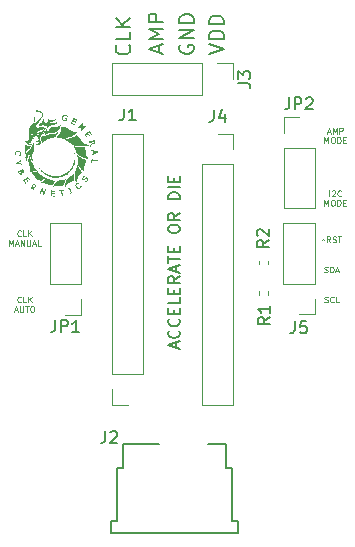
<source format=gbr>
%TF.GenerationSoftware,KiCad,Pcbnew,6.0.11-2627ca5db0~126~ubuntu22.04.1*%
%TF.CreationDate,2024-01-28T01:11:03-06:00*%
%TF.ProjectId,mp_highdriver_carrier,6d705f68-6967-4686-9472-697665725f63,rev?*%
%TF.SameCoordinates,Original*%
%TF.FileFunction,Legend,Top*%
%TF.FilePolarity,Positive*%
%FSLAX46Y46*%
G04 Gerber Fmt 4.6, Leading zero omitted, Abs format (unit mm)*
G04 Created by KiCad (PCBNEW 6.0.11-2627ca5db0~126~ubuntu22.04.1) date 2024-01-28 01:11:03*
%MOMM*%
%LPD*%
G01*
G04 APERTURE LIST*
%ADD10C,0.150000*%
%ADD11C,0.062500*%
%ADD12C,0.120000*%
G04 APERTURE END LIST*
D10*
X147266666Y-115885714D02*
X147266666Y-115409523D01*
X147552380Y-115980952D02*
X146552380Y-115647619D01*
X147552380Y-115314285D01*
X147457142Y-114409523D02*
X147504761Y-114457142D01*
X147552380Y-114600000D01*
X147552380Y-114695238D01*
X147504761Y-114838095D01*
X147409523Y-114933333D01*
X147314285Y-114980952D01*
X147123809Y-115028571D01*
X146980952Y-115028571D01*
X146790476Y-114980952D01*
X146695238Y-114933333D01*
X146600000Y-114838095D01*
X146552380Y-114695238D01*
X146552380Y-114600000D01*
X146600000Y-114457142D01*
X146647619Y-114409523D01*
X147457142Y-113409523D02*
X147504761Y-113457142D01*
X147552380Y-113600000D01*
X147552380Y-113695238D01*
X147504761Y-113838095D01*
X147409523Y-113933333D01*
X147314285Y-113980952D01*
X147123809Y-114028571D01*
X146980952Y-114028571D01*
X146790476Y-113980952D01*
X146695238Y-113933333D01*
X146600000Y-113838095D01*
X146552380Y-113695238D01*
X146552380Y-113600000D01*
X146600000Y-113457142D01*
X146647619Y-113409523D01*
X147028571Y-112980952D02*
X147028571Y-112647619D01*
X147552380Y-112504761D02*
X147552380Y-112980952D01*
X146552380Y-112980952D01*
X146552380Y-112504761D01*
X147552380Y-111600000D02*
X147552380Y-112076190D01*
X146552380Y-112076190D01*
X147028571Y-111266666D02*
X147028571Y-110933333D01*
X147552380Y-110790476D02*
X147552380Y-111266666D01*
X146552380Y-111266666D01*
X146552380Y-110790476D01*
X147552380Y-109790476D02*
X147076190Y-110123809D01*
X147552380Y-110361904D02*
X146552380Y-110361904D01*
X146552380Y-109980952D01*
X146600000Y-109885714D01*
X146647619Y-109838095D01*
X146742857Y-109790476D01*
X146885714Y-109790476D01*
X146980952Y-109838095D01*
X147028571Y-109885714D01*
X147076190Y-109980952D01*
X147076190Y-110361904D01*
X147266666Y-109409523D02*
X147266666Y-108933333D01*
X147552380Y-109504761D02*
X146552380Y-109171428D01*
X147552380Y-108838095D01*
X146552380Y-108647619D02*
X146552380Y-108076190D01*
X147552380Y-108361904D02*
X146552380Y-108361904D01*
X147028571Y-107742857D02*
X147028571Y-107409523D01*
X147552380Y-107266666D02*
X147552380Y-107742857D01*
X146552380Y-107742857D01*
X146552380Y-107266666D01*
X146552380Y-105885714D02*
X146552380Y-105695238D01*
X146600000Y-105600000D01*
X146695238Y-105504761D01*
X146885714Y-105457142D01*
X147219047Y-105457142D01*
X147409523Y-105504761D01*
X147504761Y-105600000D01*
X147552380Y-105695238D01*
X147552380Y-105885714D01*
X147504761Y-105980952D01*
X147409523Y-106076190D01*
X147219047Y-106123809D01*
X146885714Y-106123809D01*
X146695238Y-106076190D01*
X146600000Y-105980952D01*
X146552380Y-105885714D01*
X147552380Y-104457142D02*
X147076190Y-104790476D01*
X147552380Y-105028571D02*
X146552380Y-105028571D01*
X146552380Y-104647619D01*
X146600000Y-104552380D01*
X146647619Y-104504761D01*
X146742857Y-104457142D01*
X146885714Y-104457142D01*
X146980952Y-104504761D01*
X147028571Y-104552380D01*
X147076190Y-104647619D01*
X147076190Y-105028571D01*
X147552380Y-103266666D02*
X146552380Y-103266666D01*
X146552380Y-103028571D01*
X146600000Y-102885714D01*
X146695238Y-102790476D01*
X146790476Y-102742857D01*
X146980952Y-102695238D01*
X147123809Y-102695238D01*
X147314285Y-102742857D01*
X147409523Y-102790476D01*
X147504761Y-102885714D01*
X147552380Y-103028571D01*
X147552380Y-103266666D01*
X147552380Y-102266666D02*
X146552380Y-102266666D01*
X147028571Y-101790476D02*
X147028571Y-101457142D01*
X147552380Y-101314285D02*
X147552380Y-101790476D01*
X146552380Y-101790476D01*
X146552380Y-101314285D01*
X145808333Y-90836904D02*
X145808333Y-90241666D01*
X146165476Y-90955952D02*
X144915476Y-90539285D01*
X146165476Y-90122619D01*
X146165476Y-89705952D02*
X144915476Y-89705952D01*
X145808333Y-89289285D01*
X144915476Y-88872619D01*
X146165476Y-88872619D01*
X146165476Y-88277380D02*
X144915476Y-88277380D01*
X144915476Y-87801190D01*
X144975000Y-87682142D01*
X145034523Y-87622619D01*
X145153571Y-87563095D01*
X145332142Y-87563095D01*
X145451190Y-87622619D01*
X145510714Y-87682142D01*
X145570238Y-87801190D01*
X145570238Y-88277380D01*
D11*
X159792857Y-109462380D02*
X159864285Y-109486190D01*
X159983333Y-109486190D01*
X160030952Y-109462380D01*
X160054761Y-109438571D01*
X160078571Y-109390952D01*
X160078571Y-109343333D01*
X160054761Y-109295714D01*
X160030952Y-109271904D01*
X159983333Y-109248095D01*
X159888095Y-109224285D01*
X159840476Y-109200476D01*
X159816666Y-109176666D01*
X159792857Y-109129047D01*
X159792857Y-109081428D01*
X159816666Y-109033809D01*
X159840476Y-109010000D01*
X159888095Y-108986190D01*
X160007142Y-108986190D01*
X160078571Y-109010000D01*
X160292857Y-109486190D02*
X160292857Y-108986190D01*
X160411904Y-108986190D01*
X160483333Y-109010000D01*
X160530952Y-109057619D01*
X160554761Y-109105238D01*
X160578571Y-109200476D01*
X160578571Y-109271904D01*
X160554761Y-109367142D01*
X160530952Y-109414761D01*
X160483333Y-109462380D01*
X160411904Y-109486190D01*
X160292857Y-109486190D01*
X160769047Y-109343333D02*
X161007142Y-109343333D01*
X160721428Y-109486190D02*
X160888095Y-108986190D01*
X161054761Y-109486190D01*
X159590476Y-106735714D02*
X159614285Y-106711904D01*
X159661904Y-106688095D01*
X159757142Y-106735714D01*
X159804761Y-106711904D01*
X159828571Y-106688095D01*
X160304761Y-106926190D02*
X160138095Y-106688095D01*
X160019047Y-106926190D02*
X160019047Y-106426190D01*
X160209523Y-106426190D01*
X160257142Y-106450000D01*
X160280952Y-106473809D01*
X160304761Y-106521428D01*
X160304761Y-106592857D01*
X160280952Y-106640476D01*
X160257142Y-106664285D01*
X160209523Y-106688095D01*
X160019047Y-106688095D01*
X160495238Y-106902380D02*
X160566666Y-106926190D01*
X160685714Y-106926190D01*
X160733333Y-106902380D01*
X160757142Y-106878571D01*
X160780952Y-106830952D01*
X160780952Y-106783333D01*
X160757142Y-106735714D01*
X160733333Y-106711904D01*
X160685714Y-106688095D01*
X160590476Y-106664285D01*
X160542857Y-106640476D01*
X160519047Y-106616666D01*
X160495238Y-106569047D01*
X160495238Y-106521428D01*
X160519047Y-106473809D01*
X160542857Y-106450000D01*
X160590476Y-106426190D01*
X160709523Y-106426190D01*
X160780952Y-106450000D01*
X160923809Y-106426190D02*
X161209523Y-106426190D01*
X161066666Y-106926190D02*
X161066666Y-106426190D01*
X159804761Y-112002380D02*
X159876190Y-112026190D01*
X159995238Y-112026190D01*
X160042857Y-112002380D01*
X160066666Y-111978571D01*
X160090476Y-111930952D01*
X160090476Y-111883333D01*
X160066666Y-111835714D01*
X160042857Y-111811904D01*
X159995238Y-111788095D01*
X159900000Y-111764285D01*
X159852380Y-111740476D01*
X159828571Y-111716666D01*
X159804761Y-111669047D01*
X159804761Y-111621428D01*
X159828571Y-111573809D01*
X159852380Y-111550000D01*
X159900000Y-111526190D01*
X160019047Y-111526190D01*
X160090476Y-111550000D01*
X160590476Y-111978571D02*
X160566666Y-112002380D01*
X160495238Y-112026190D01*
X160447619Y-112026190D01*
X160376190Y-112002380D01*
X160328571Y-111954761D01*
X160304761Y-111907142D01*
X160280952Y-111811904D01*
X160280952Y-111740476D01*
X160304761Y-111645238D01*
X160328571Y-111597619D01*
X160376190Y-111550000D01*
X160447619Y-111526190D01*
X160495238Y-111526190D01*
X160566666Y-111550000D01*
X160590476Y-111573809D01*
X161042857Y-112026190D02*
X160804761Y-112026190D01*
X160804761Y-111526190D01*
D10*
X147575000Y-90252380D02*
X147515476Y-90371428D01*
X147515476Y-90550000D01*
X147575000Y-90728571D01*
X147694047Y-90847619D01*
X147813095Y-90907142D01*
X148051190Y-90966666D01*
X148229761Y-90966666D01*
X148467857Y-90907142D01*
X148586904Y-90847619D01*
X148705952Y-90728571D01*
X148765476Y-90550000D01*
X148765476Y-90430952D01*
X148705952Y-90252380D01*
X148646428Y-90192857D01*
X148229761Y-90192857D01*
X148229761Y-90430952D01*
X148765476Y-89657142D02*
X147515476Y-89657142D01*
X148765476Y-88942857D01*
X147515476Y-88942857D01*
X148765476Y-88347619D02*
X147515476Y-88347619D01*
X147515476Y-88050000D01*
X147575000Y-87871428D01*
X147694047Y-87752380D01*
X147813095Y-87692857D01*
X148051190Y-87633333D01*
X148229761Y-87633333D01*
X148467857Y-87692857D01*
X148586904Y-87752380D01*
X148705952Y-87871428D01*
X148765476Y-88050000D01*
X148765476Y-88347619D01*
D11*
X160045238Y-97580833D02*
X160283333Y-97580833D01*
X159997619Y-97723690D02*
X160164285Y-97223690D01*
X160330952Y-97723690D01*
X160497619Y-97723690D02*
X160497619Y-97223690D01*
X160664285Y-97580833D01*
X160830952Y-97223690D01*
X160830952Y-97723690D01*
X161069047Y-97723690D02*
X161069047Y-97223690D01*
X161259523Y-97223690D01*
X161307142Y-97247500D01*
X161330952Y-97271309D01*
X161354761Y-97318928D01*
X161354761Y-97390357D01*
X161330952Y-97437976D01*
X161307142Y-97461785D01*
X161259523Y-97485595D01*
X161069047Y-97485595D01*
X159795238Y-98528690D02*
X159795238Y-98028690D01*
X159961904Y-98385833D01*
X160128571Y-98028690D01*
X160128571Y-98528690D01*
X160461904Y-98028690D02*
X160557142Y-98028690D01*
X160604761Y-98052500D01*
X160652380Y-98100119D01*
X160676190Y-98195357D01*
X160676190Y-98362023D01*
X160652380Y-98457261D01*
X160604761Y-98504880D01*
X160557142Y-98528690D01*
X160461904Y-98528690D01*
X160414285Y-98504880D01*
X160366666Y-98457261D01*
X160342857Y-98362023D01*
X160342857Y-98195357D01*
X160366666Y-98100119D01*
X160414285Y-98052500D01*
X160461904Y-98028690D01*
X160890476Y-98528690D02*
X160890476Y-98028690D01*
X161009523Y-98028690D01*
X161080952Y-98052500D01*
X161128571Y-98100119D01*
X161152380Y-98147738D01*
X161176190Y-98242976D01*
X161176190Y-98314404D01*
X161152380Y-98409642D01*
X161128571Y-98457261D01*
X161080952Y-98504880D01*
X161009523Y-98528690D01*
X160890476Y-98528690D01*
X161390476Y-98266785D02*
X161557142Y-98266785D01*
X161628571Y-98528690D02*
X161390476Y-98528690D01*
X161390476Y-98028690D01*
X161628571Y-98028690D01*
X160211904Y-103023690D02*
X160211904Y-102523690D01*
X160426190Y-102571309D02*
X160450000Y-102547500D01*
X160497619Y-102523690D01*
X160616666Y-102523690D01*
X160664285Y-102547500D01*
X160688095Y-102571309D01*
X160711904Y-102618928D01*
X160711904Y-102666547D01*
X160688095Y-102737976D01*
X160402380Y-103023690D01*
X160711904Y-103023690D01*
X161211904Y-102976071D02*
X161188095Y-102999880D01*
X161116666Y-103023690D01*
X161069047Y-103023690D01*
X160997619Y-102999880D01*
X160950000Y-102952261D01*
X160926190Y-102904642D01*
X160902380Y-102809404D01*
X160902380Y-102737976D01*
X160926190Y-102642738D01*
X160950000Y-102595119D01*
X160997619Y-102547500D01*
X161069047Y-102523690D01*
X161116666Y-102523690D01*
X161188095Y-102547500D01*
X161211904Y-102571309D01*
X159795238Y-103828690D02*
X159795238Y-103328690D01*
X159961904Y-103685833D01*
X160128571Y-103328690D01*
X160128571Y-103828690D01*
X160461904Y-103328690D02*
X160557142Y-103328690D01*
X160604761Y-103352500D01*
X160652380Y-103400119D01*
X160676190Y-103495357D01*
X160676190Y-103662023D01*
X160652380Y-103757261D01*
X160604761Y-103804880D01*
X160557142Y-103828690D01*
X160461904Y-103828690D01*
X160414285Y-103804880D01*
X160366666Y-103757261D01*
X160342857Y-103662023D01*
X160342857Y-103495357D01*
X160366666Y-103400119D01*
X160414285Y-103352500D01*
X160461904Y-103328690D01*
X160890476Y-103828690D02*
X160890476Y-103328690D01*
X161009523Y-103328690D01*
X161080952Y-103352500D01*
X161128571Y-103400119D01*
X161152380Y-103447738D01*
X161176190Y-103542976D01*
X161176190Y-103614404D01*
X161152380Y-103709642D01*
X161128571Y-103757261D01*
X161080952Y-103804880D01*
X161009523Y-103828690D01*
X160890476Y-103828690D01*
X161390476Y-103566785D02*
X161557142Y-103566785D01*
X161628571Y-103828690D02*
X161390476Y-103828690D01*
X161390476Y-103328690D01*
X161628571Y-103328690D01*
D10*
X143246428Y-90244047D02*
X143305952Y-90303571D01*
X143365476Y-90482142D01*
X143365476Y-90601190D01*
X143305952Y-90779761D01*
X143186904Y-90898809D01*
X143067857Y-90958333D01*
X142829761Y-91017857D01*
X142651190Y-91017857D01*
X142413095Y-90958333D01*
X142294047Y-90898809D01*
X142175000Y-90779761D01*
X142115476Y-90601190D01*
X142115476Y-90482142D01*
X142175000Y-90303571D01*
X142234523Y-90244047D01*
X143365476Y-89113095D02*
X143365476Y-89708333D01*
X142115476Y-89708333D01*
X143365476Y-88696428D02*
X142115476Y-88696428D01*
X143365476Y-87982142D02*
X142651190Y-88517857D01*
X142115476Y-87982142D02*
X142829761Y-88696428D01*
D11*
X134102380Y-106376071D02*
X134078571Y-106399880D01*
X134007142Y-106423690D01*
X133959523Y-106423690D01*
X133888095Y-106399880D01*
X133840476Y-106352261D01*
X133816666Y-106304642D01*
X133792857Y-106209404D01*
X133792857Y-106137976D01*
X133816666Y-106042738D01*
X133840476Y-105995119D01*
X133888095Y-105947500D01*
X133959523Y-105923690D01*
X134007142Y-105923690D01*
X134078571Y-105947500D01*
X134102380Y-105971309D01*
X134554761Y-106423690D02*
X134316666Y-106423690D01*
X134316666Y-105923690D01*
X134721428Y-106423690D02*
X134721428Y-105923690D01*
X135007142Y-106423690D02*
X134792857Y-106137976D01*
X135007142Y-105923690D02*
X134721428Y-106209404D01*
X133078571Y-107228690D02*
X133078571Y-106728690D01*
X133245238Y-107085833D01*
X133411904Y-106728690D01*
X133411904Y-107228690D01*
X133626190Y-107085833D02*
X133864285Y-107085833D01*
X133578571Y-107228690D02*
X133745238Y-106728690D01*
X133911904Y-107228690D01*
X134078571Y-107228690D02*
X134078571Y-106728690D01*
X134364285Y-107228690D01*
X134364285Y-106728690D01*
X134602380Y-106728690D02*
X134602380Y-107133452D01*
X134626190Y-107181071D01*
X134650000Y-107204880D01*
X134697619Y-107228690D01*
X134792857Y-107228690D01*
X134840476Y-107204880D01*
X134864285Y-107181071D01*
X134888095Y-107133452D01*
X134888095Y-106728690D01*
X135102380Y-107085833D02*
X135340476Y-107085833D01*
X135054761Y-107228690D02*
X135221428Y-106728690D01*
X135388095Y-107228690D01*
X135792857Y-107228690D02*
X135554761Y-107228690D01*
X135554761Y-106728690D01*
D10*
X150015476Y-90966666D02*
X151265476Y-90550000D01*
X150015476Y-90133333D01*
X151265476Y-89716666D02*
X150015476Y-89716666D01*
X150015476Y-89419047D01*
X150075000Y-89240476D01*
X150194047Y-89121428D01*
X150313095Y-89061904D01*
X150551190Y-89002380D01*
X150729761Y-89002380D01*
X150967857Y-89061904D01*
X151086904Y-89121428D01*
X151205952Y-89240476D01*
X151265476Y-89419047D01*
X151265476Y-89716666D01*
X151265476Y-88466666D02*
X150015476Y-88466666D01*
X150015476Y-88169047D01*
X150075000Y-87990476D01*
X150194047Y-87871428D01*
X150313095Y-87811904D01*
X150551190Y-87752380D01*
X150729761Y-87752380D01*
X150967857Y-87811904D01*
X151086904Y-87871428D01*
X151205952Y-87990476D01*
X151265476Y-88169047D01*
X151265476Y-88466666D01*
D11*
X134102380Y-111976071D02*
X134078571Y-111999880D01*
X134007142Y-112023690D01*
X133959523Y-112023690D01*
X133888095Y-111999880D01*
X133840476Y-111952261D01*
X133816666Y-111904642D01*
X133792857Y-111809404D01*
X133792857Y-111737976D01*
X133816666Y-111642738D01*
X133840476Y-111595119D01*
X133888095Y-111547500D01*
X133959523Y-111523690D01*
X134007142Y-111523690D01*
X134078571Y-111547500D01*
X134102380Y-111571309D01*
X134554761Y-112023690D02*
X134316666Y-112023690D01*
X134316666Y-111523690D01*
X134721428Y-112023690D02*
X134721428Y-111523690D01*
X135007142Y-112023690D02*
X134792857Y-111737976D01*
X135007142Y-111523690D02*
X134721428Y-111809404D01*
X133566666Y-112685833D02*
X133804761Y-112685833D01*
X133519047Y-112828690D02*
X133685714Y-112328690D01*
X133852380Y-112828690D01*
X134019047Y-112328690D02*
X134019047Y-112733452D01*
X134042857Y-112781071D01*
X134066666Y-112804880D01*
X134114285Y-112828690D01*
X134209523Y-112828690D01*
X134257142Y-112804880D01*
X134280952Y-112781071D01*
X134304761Y-112733452D01*
X134304761Y-112328690D01*
X134471428Y-112328690D02*
X134757142Y-112328690D01*
X134614285Y-112828690D02*
X134614285Y-112328690D01*
X135019047Y-112328690D02*
X135114285Y-112328690D01*
X135161904Y-112352500D01*
X135209523Y-112400119D01*
X135233333Y-112495357D01*
X135233333Y-112662023D01*
X135209523Y-112757261D01*
X135161904Y-112804880D01*
X135114285Y-112828690D01*
X135019047Y-112828690D01*
X134971428Y-112804880D01*
X134923809Y-112757261D01*
X134900000Y-112662023D01*
X134900000Y-112495357D01*
X134923809Y-112400119D01*
X134971428Y-112352500D01*
X135019047Y-112328690D01*
D10*
%TO.C,J2*%
X141246308Y-122902379D02*
X141246308Y-123616665D01*
X141198689Y-123759522D01*
X141103451Y-123854760D01*
X140960594Y-123902379D01*
X140865356Y-123902379D01*
X141674879Y-122997618D02*
X141722499Y-122949999D01*
X141817737Y-122902379D01*
X142055832Y-122902379D01*
X142151070Y-122949999D01*
X142198689Y-122997618D01*
X142246308Y-123092856D01*
X142246308Y-123188094D01*
X142198689Y-123330951D01*
X141627260Y-123902379D01*
X142246308Y-123902379D01*
%TO.C,R1*%
X155152380Y-113266666D02*
X154676190Y-113600000D01*
X155152380Y-113838095D02*
X154152380Y-113838095D01*
X154152380Y-113457142D01*
X154200000Y-113361904D01*
X154247619Y-113314285D01*
X154342857Y-113266666D01*
X154485714Y-113266666D01*
X154580952Y-113314285D01*
X154628571Y-113361904D01*
X154676190Y-113457142D01*
X154676190Y-113838095D01*
X155152380Y-112314285D02*
X155152380Y-112885714D01*
X155152380Y-112600000D02*
X154152380Y-112600000D01*
X154295238Y-112695238D01*
X154390476Y-112790476D01*
X154438095Y-112885714D01*
%TO.C,J5*%
X157306666Y-113622380D02*
X157306666Y-114336666D01*
X157259047Y-114479523D01*
X157163809Y-114574761D01*
X157020952Y-114622380D01*
X156925714Y-114622380D01*
X158259047Y-113622380D02*
X157782857Y-113622380D01*
X157735238Y-114098571D01*
X157782857Y-114050952D01*
X157878095Y-114003333D01*
X158116190Y-114003333D01*
X158211428Y-114050952D01*
X158259047Y-114098571D01*
X158306666Y-114193809D01*
X158306666Y-114431904D01*
X158259047Y-114527142D01*
X158211428Y-114574761D01*
X158116190Y-114622380D01*
X157878095Y-114622380D01*
X157782857Y-114574761D01*
X157735238Y-114527142D01*
%TO.C,J3*%
X152522380Y-93453333D02*
X153236666Y-93453333D01*
X153379523Y-93500952D01*
X153474761Y-93596190D01*
X153522380Y-93739047D01*
X153522380Y-93834285D01*
X152522380Y-93072380D02*
X152522380Y-92453333D01*
X152903333Y-92786666D01*
X152903333Y-92643809D01*
X152950952Y-92548571D01*
X152998571Y-92500952D01*
X153093809Y-92453333D01*
X153331904Y-92453333D01*
X153427142Y-92500952D01*
X153474761Y-92548571D01*
X153522380Y-92643809D01*
X153522380Y-92929523D01*
X153474761Y-93024761D01*
X153427142Y-93072380D01*
%TO.C,JP1*%
X137026666Y-113527380D02*
X137026666Y-114241666D01*
X136979047Y-114384523D01*
X136883809Y-114479761D01*
X136740952Y-114527380D01*
X136645714Y-114527380D01*
X137502857Y-114527380D02*
X137502857Y-113527380D01*
X137883809Y-113527380D01*
X137979047Y-113575000D01*
X138026666Y-113622619D01*
X138074285Y-113717857D01*
X138074285Y-113860714D01*
X138026666Y-113955952D01*
X137979047Y-114003571D01*
X137883809Y-114051190D01*
X137502857Y-114051190D01*
X139026666Y-114527380D02*
X138455238Y-114527380D01*
X138740952Y-114527380D02*
X138740952Y-113527380D01*
X138645714Y-113670238D01*
X138550476Y-113765476D01*
X138455238Y-113813095D01*
%TO.C,R2*%
X155082380Y-106766666D02*
X154606190Y-107100000D01*
X155082380Y-107338095D02*
X154082380Y-107338095D01*
X154082380Y-106957142D01*
X154130000Y-106861904D01*
X154177619Y-106814285D01*
X154272857Y-106766666D01*
X154415714Y-106766666D01*
X154510952Y-106814285D01*
X154558571Y-106861904D01*
X154606190Y-106957142D01*
X154606190Y-107338095D01*
X154177619Y-106385714D02*
X154130000Y-106338095D01*
X154082380Y-106242857D01*
X154082380Y-106004761D01*
X154130000Y-105909523D01*
X154177619Y-105861904D01*
X154272857Y-105814285D01*
X154368095Y-105814285D01*
X154510952Y-105861904D01*
X155082380Y-106433333D01*
X155082380Y-105814285D01*
%TO.C,J4*%
X150436666Y-95732380D02*
X150436666Y-96446666D01*
X150389047Y-96589523D01*
X150293809Y-96684761D01*
X150150952Y-96732380D01*
X150055714Y-96732380D01*
X151341428Y-96065714D02*
X151341428Y-96732380D01*
X151103333Y-95684761D02*
X150865238Y-96399047D01*
X151484285Y-96399047D01*
%TO.C,J1*%
X142806666Y-95612380D02*
X142806666Y-96326666D01*
X142759047Y-96469523D01*
X142663809Y-96564761D01*
X142520952Y-96612380D01*
X142425714Y-96612380D01*
X143806666Y-96612380D02*
X143235238Y-96612380D01*
X143520952Y-96612380D02*
X143520952Y-95612380D01*
X143425714Y-95755238D01*
X143330476Y-95850476D01*
X143235238Y-95898095D01*
%TO.C,JP2*%
X156806666Y-94667380D02*
X156806666Y-95381666D01*
X156759047Y-95524523D01*
X156663809Y-95619761D01*
X156520952Y-95667380D01*
X156425714Y-95667380D01*
X157282857Y-95667380D02*
X157282857Y-94667380D01*
X157663809Y-94667380D01*
X157759047Y-94715000D01*
X157806666Y-94762619D01*
X157854285Y-94857857D01*
X157854285Y-95000714D01*
X157806666Y-95095952D01*
X157759047Y-95143571D01*
X157663809Y-95191190D01*
X157282857Y-95191190D01*
X158235238Y-94762619D02*
X158282857Y-94715000D01*
X158378095Y-94667380D01*
X158616190Y-94667380D01*
X158711428Y-94715000D01*
X158759047Y-94762619D01*
X158806666Y-94857857D01*
X158806666Y-94953095D01*
X158759047Y-95095952D01*
X158187619Y-95667380D01*
X158806666Y-95667380D01*
%TO.C,G\u002A\u002A\u002A*%
G36*
X136688385Y-102539414D02*
G01*
X136726995Y-102543004D01*
X136772023Y-102546633D01*
X136826057Y-102550495D01*
X136891686Y-102554785D01*
X136899451Y-102555274D01*
X136931327Y-102557525D01*
X136957701Y-102559855D01*
X136975305Y-102561947D01*
X136980760Y-102563153D01*
X136983810Y-102571803D01*
X136983107Y-102582177D01*
X136980722Y-102601374D01*
X136979590Y-102620528D01*
X136978179Y-102635099D01*
X136972011Y-102640879D01*
X136956749Y-102641020D01*
X136951915Y-102640622D01*
X136911957Y-102637297D01*
X136870521Y-102634050D01*
X136830141Y-102631057D01*
X136793350Y-102628493D01*
X136762682Y-102626532D01*
X136740670Y-102625350D01*
X136729849Y-102625121D01*
X136729171Y-102625249D01*
X136727955Y-102632791D01*
X136726055Y-102650979D01*
X136723862Y-102676029D01*
X136723659Y-102678552D01*
X136719541Y-102730064D01*
X136771504Y-102734475D01*
X136802561Y-102736954D01*
X136841521Y-102739840D01*
X136881842Y-102742654D01*
X136898330Y-102743746D01*
X136973192Y-102748606D01*
X136968885Y-102770138D01*
X136965639Y-102792633D01*
X136964579Y-102809830D01*
X136964579Y-102827990D01*
X136886787Y-102823244D01*
X136848088Y-102820730D01*
X136808589Y-102817912D01*
X136774301Y-102815227D01*
X136760149Y-102813995D01*
X136711303Y-102809492D01*
X136711042Y-102844905D01*
X136710078Y-102873906D01*
X136707937Y-102906803D01*
X136706668Y-102920894D01*
X136702555Y-102961471D01*
X136737684Y-102965807D01*
X136759244Y-102967976D01*
X136790744Y-102970528D01*
X136827667Y-102973121D01*
X136859650Y-102975084D01*
X136893589Y-102977433D01*
X136921943Y-102980187D01*
X136941761Y-102983002D01*
X136950094Y-102985539D01*
X136950106Y-102985557D01*
X136951724Y-102995435D01*
X136951869Y-103014565D01*
X136951217Y-103027969D01*
X136948248Y-103052677D01*
X136943336Y-103064001D01*
X136936001Y-103062954D01*
X136935030Y-103062131D01*
X136927064Y-103060713D01*
X136907502Y-103058807D01*
X136879200Y-103056652D01*
X136845018Y-103054489D01*
X136841559Y-103054291D01*
X136804725Y-103052099D01*
X136771306Y-103049917D01*
X136744980Y-103047998D01*
X136729429Y-103046595D01*
X136709495Y-103044806D01*
X136682826Y-103043110D01*
X136667919Y-103042402D01*
X136638869Y-103040887D01*
X136621577Y-103037284D01*
X136613354Y-103028635D01*
X136611512Y-103011981D01*
X136613363Y-102984363D01*
X136613513Y-102982529D01*
X136617042Y-102938967D01*
X136619989Y-102901324D01*
X136622653Y-102865462D01*
X136625333Y-102827244D01*
X136628329Y-102782533D01*
X136631630Y-102731969D01*
X136634542Y-102688479D01*
X136637489Y-102646932D01*
X136640211Y-102610849D01*
X136642445Y-102583750D01*
X136643373Y-102573935D01*
X136647376Y-102535303D01*
X136688385Y-102539414D01*
G37*
G36*
X137749880Y-102473276D02*
G01*
X137751865Y-102480773D01*
X137755534Y-102498092D01*
X137758411Y-102512734D01*
X137762236Y-102534630D01*
X137762140Y-102546242D01*
X137757027Y-102551483D01*
X137746820Y-102554066D01*
X137731223Y-102557086D01*
X137705992Y-102561942D01*
X137675704Y-102567754D01*
X137664707Y-102569861D01*
X137634559Y-102575871D01*
X137615933Y-102580700D01*
X137606104Y-102585696D01*
X137602343Y-102592206D01*
X137601905Y-102600894D01*
X137603344Y-102612979D01*
X137607126Y-102637149D01*
X137612884Y-102671273D01*
X137620251Y-102713219D01*
X137628860Y-102760855D01*
X137636902Y-102804334D01*
X137646023Y-102854203D01*
X137653907Y-102899358D01*
X137660246Y-102937862D01*
X137664731Y-102967778D01*
X137667056Y-102987169D01*
X137667042Y-102994027D01*
X137657966Y-102997659D01*
X137639205Y-103001531D01*
X137623000Y-103003804D01*
X137583297Y-103008417D01*
X137547115Y-102805072D01*
X137536489Y-102745734D01*
X137527924Y-102699142D01*
X137521041Y-102663777D01*
X137515460Y-102638119D01*
X137510803Y-102620648D01*
X137506690Y-102609845D01*
X137502743Y-102604189D01*
X137498581Y-102602162D01*
X137496459Y-102602031D01*
X137483308Y-102603421D01*
X137459858Y-102606906D01*
X137430026Y-102611879D01*
X137411765Y-102615129D01*
X137341544Y-102627923D01*
X137335267Y-102591299D01*
X137332085Y-102569597D01*
X137330828Y-102554244D01*
X137331201Y-102550124D01*
X137338817Y-102547023D01*
X137357551Y-102542340D01*
X137384233Y-102536810D01*
X137404081Y-102533156D01*
X137434869Y-102527715D01*
X137475943Y-102520410D01*
X137523342Y-102511947D01*
X137573110Y-102503033D01*
X137611651Y-102496110D01*
X137654146Y-102488565D01*
X137691408Y-102482141D01*
X137721235Y-102477202D01*
X137741428Y-102474112D01*
X137749784Y-102473235D01*
X137749880Y-102473276D01*
G37*
G36*
X135892949Y-102335924D02*
G01*
X135907519Y-102341593D01*
X135925484Y-102349126D01*
X135928270Y-102350244D01*
X135969257Y-102366528D01*
X135981366Y-102449747D01*
X135992197Y-102524122D01*
X136001144Y-102585403D01*
X136008391Y-102634821D01*
X136014126Y-102673607D01*
X136018534Y-102702992D01*
X136021801Y-102724207D01*
X136024112Y-102738482D01*
X136025654Y-102747047D01*
X136026611Y-102751134D01*
X136026982Y-102751948D01*
X136029776Y-102745972D01*
X136036634Y-102728178D01*
X136046874Y-102700423D01*
X136059819Y-102664563D01*
X136074788Y-102622455D01*
X136085236Y-102592746D01*
X136101215Y-102547274D01*
X136115627Y-102506550D01*
X136127784Y-102472500D01*
X136136994Y-102447049D01*
X136142568Y-102432125D01*
X136143903Y-102428993D01*
X136151984Y-102429108D01*
X136168120Y-102433974D01*
X136187549Y-102441619D01*
X136205509Y-102450073D01*
X136217238Y-102457361D01*
X136219311Y-102460222D01*
X136217019Y-102469157D01*
X136210537Y-102489473D01*
X136200545Y-102519264D01*
X136187720Y-102556622D01*
X136172745Y-102599640D01*
X136156297Y-102646409D01*
X136139056Y-102695022D01*
X136121702Y-102743572D01*
X136104915Y-102790151D01*
X136089373Y-102832851D01*
X136075758Y-102869766D01*
X136064747Y-102898986D01*
X136057021Y-102918606D01*
X136053259Y-102926716D01*
X136053091Y-102926825D01*
X136044652Y-102924299D01*
X136026923Y-102918319D01*
X136010015Y-102912399D01*
X135988171Y-102904278D01*
X135972483Y-102897762D01*
X135967348Y-102894985D01*
X135965631Y-102891711D01*
X135963552Y-102884121D01*
X135960859Y-102870707D01*
X135957303Y-102849961D01*
X135952633Y-102820374D01*
X135946599Y-102780439D01*
X135938951Y-102728647D01*
X135933089Y-102688551D01*
X135923433Y-102622974D01*
X135915519Y-102570729D01*
X135909174Y-102530803D01*
X135904224Y-102502181D01*
X135900497Y-102483849D01*
X135897817Y-102474795D01*
X135896306Y-102473557D01*
X135893196Y-102480891D01*
X135885957Y-102500014D01*
X135875269Y-102529065D01*
X135861812Y-102566182D01*
X135846268Y-102609503D01*
X135832423Y-102648399D01*
X135815675Y-102695418D01*
X135800462Y-102737757D01*
X135787462Y-102773555D01*
X135777356Y-102800952D01*
X135770821Y-102818087D01*
X135768604Y-102823177D01*
X135760567Y-102822821D01*
X135744270Y-102818443D01*
X135724730Y-102811793D01*
X135706961Y-102804618D01*
X135695978Y-102798667D01*
X135694795Y-102797446D01*
X135696325Y-102789556D01*
X135702232Y-102769667D01*
X135711977Y-102739397D01*
X135725021Y-102700359D01*
X135740828Y-102654169D01*
X135758859Y-102602443D01*
X135773469Y-102561129D01*
X135795978Y-102497564D01*
X135814183Y-102446354D01*
X135828937Y-102406334D01*
X135841099Y-102376339D01*
X135851522Y-102355202D01*
X135861063Y-102341757D01*
X135870577Y-102334840D01*
X135880921Y-102333284D01*
X135892949Y-102335924D01*
G37*
G36*
X138295084Y-102302493D02*
G01*
X138304054Y-102321448D01*
X138309641Y-102334199D01*
X138310562Y-102336990D01*
X138304533Y-102341022D01*
X138289391Y-102348012D01*
X138282134Y-102351003D01*
X138253705Y-102362378D01*
X138306605Y-102483855D01*
X138325059Y-102526177D01*
X138342954Y-102567117D01*
X138358911Y-102603527D01*
X138371550Y-102632258D01*
X138378195Y-102647260D01*
X138396885Y-102689188D01*
X138419342Y-102677575D01*
X138437862Y-102669610D01*
X138450258Y-102670489D01*
X138460299Y-102681948D01*
X138469502Y-102700637D01*
X138482890Y-102730541D01*
X138389920Y-102771056D01*
X138355838Y-102785704D01*
X138326350Y-102797995D01*
X138304061Y-102806871D01*
X138291570Y-102811277D01*
X138290069Y-102811571D01*
X138283446Y-102805471D01*
X138274860Y-102790113D01*
X138271415Y-102782148D01*
X138263987Y-102757791D01*
X138265685Y-102743801D01*
X138276637Y-102739209D01*
X138277042Y-102739206D01*
X138289820Y-102735217D01*
X138299232Y-102729593D01*
X138302415Y-102725827D01*
X138303656Y-102719600D01*
X138302512Y-102709730D01*
X138298537Y-102695037D01*
X138291287Y-102674341D01*
X138280316Y-102646462D01*
X138265181Y-102610218D01*
X138245436Y-102564430D01*
X138220636Y-102507916D01*
X138190337Y-102439497D01*
X138187675Y-102433503D01*
X138172425Y-102399167D01*
X138146536Y-102409984D01*
X138129374Y-102416903D01*
X138119016Y-102420606D01*
X138118059Y-102420801D01*
X138112179Y-102414755D01*
X138104364Y-102400071D01*
X138096758Y-102381932D01*
X138091507Y-102365523D01*
X138090757Y-102356026D01*
X138091073Y-102355596D01*
X138099613Y-102350795D01*
X138118839Y-102341524D01*
X138146131Y-102329005D01*
X138178867Y-102314457D01*
X138188346Y-102310319D01*
X138279606Y-102270634D01*
X138295084Y-102302493D01*
G37*
G36*
X135069495Y-102089365D02*
G01*
X135098195Y-102047941D01*
X135124925Y-102009675D01*
X135148543Y-101976235D01*
X135167905Y-101949287D01*
X135181871Y-101930499D01*
X135187603Y-101923348D01*
X135194151Y-101926052D01*
X135209633Y-101935858D01*
X135231579Y-101950958D01*
X135257519Y-101969545D01*
X135284980Y-101989812D01*
X135311493Y-102009950D01*
X135334586Y-102028153D01*
X135351790Y-102042612D01*
X135356237Y-102046718D01*
X135387024Y-102084628D01*
X135404020Y-102124880D01*
X135407072Y-102166316D01*
X135396028Y-102207780D01*
X135380932Y-102234615D01*
X135349860Y-102267650D01*
X135311070Y-102289073D01*
X135266873Y-102297669D01*
X135261046Y-102297781D01*
X135226471Y-102297781D01*
X135230508Y-102335773D01*
X135232797Y-102358567D01*
X135235894Y-102391119D01*
X135239364Y-102428769D01*
X135242217Y-102460602D01*
X135245523Y-102496056D01*
X135248769Y-102527466D01*
X135251572Y-102551309D01*
X135253469Y-102563722D01*
X135254858Y-102574177D01*
X135251832Y-102578021D01*
X135242553Y-102574675D01*
X135225183Y-102563562D01*
X135203119Y-102547892D01*
X135180695Y-102531028D01*
X135167575Y-102518326D01*
X135160993Y-102505961D01*
X135158181Y-102490110D01*
X135157745Y-102485174D01*
X135156015Y-102464506D01*
X135153399Y-102434094D01*
X135150300Y-102398613D01*
X135148105Y-102373764D01*
X135145225Y-102340329D01*
X135142907Y-102311518D01*
X135141421Y-102290828D01*
X135141014Y-102282483D01*
X135135623Y-102273013D01*
X135122444Y-102259564D01*
X135105925Y-102245886D01*
X135090514Y-102235728D01*
X135081877Y-102232653D01*
X135076448Y-102238249D01*
X135064526Y-102253539D01*
X135047798Y-102276278D01*
X135027949Y-102304219D01*
X135025128Y-102308258D01*
X134972441Y-102383863D01*
X134941301Y-102362438D01*
X134922794Y-102349016D01*
X134909624Y-102338191D01*
X134906040Y-102334345D01*
X134909379Y-102327686D01*
X134919886Y-102310845D01*
X134936420Y-102285491D01*
X134957837Y-102253289D01*
X134982995Y-102215909D01*
X135010753Y-102175016D01*
X135022960Y-102157159D01*
X135132074Y-102157159D01*
X135134364Y-102166501D01*
X135148742Y-102179979D01*
X135157402Y-102186077D01*
X135189237Y-102206388D01*
X135212815Y-102218849D01*
X135231365Y-102224416D01*
X135248115Y-102224043D01*
X135266295Y-102218686D01*
X135266861Y-102218472D01*
X135284848Y-102206453D01*
X135301504Y-102186965D01*
X135313861Y-102164711D01*
X135318949Y-102144396D01*
X135318111Y-102137254D01*
X135305676Y-102114450D01*
X135282373Y-102088661D01*
X135250666Y-102062539D01*
X135244884Y-102058441D01*
X135214905Y-102037640D01*
X135176138Y-102093092D01*
X135158556Y-102118347D01*
X135143879Y-102139626D01*
X135134277Y-102153773D01*
X135132074Y-102157159D01*
X135022960Y-102157159D01*
X135039967Y-102132279D01*
X135069495Y-102089365D01*
G37*
G36*
X138998093Y-101879002D02*
G01*
X139016882Y-101903138D01*
X139029303Y-101923136D01*
X139033891Y-101936440D01*
X139032898Y-101939681D01*
X139024241Y-101942159D01*
X139005461Y-101944856D01*
X138984289Y-101946880D01*
X138932953Y-101956296D01*
X138886818Y-101975335D01*
X138848237Y-102002458D01*
X138819564Y-102036123D01*
X138806486Y-102063224D01*
X138800468Y-102101751D01*
X138806281Y-102143029D01*
X138822251Y-102184596D01*
X138846707Y-102223992D01*
X138877978Y-102258756D01*
X138914389Y-102286428D01*
X138954270Y-102304547D01*
X138973534Y-102309031D01*
X139007106Y-102307956D01*
X139043883Y-102296040D01*
X139079742Y-102274925D01*
X139098174Y-102259419D01*
X139114492Y-102240596D01*
X139131092Y-102216411D01*
X139145405Y-102191261D01*
X139154864Y-102169544D01*
X139157229Y-102158294D01*
X139161385Y-102145310D01*
X139168114Y-102134535D01*
X139175694Y-102126194D01*
X139182350Y-102126377D01*
X139192391Y-102136204D01*
X139197560Y-102142197D01*
X139217422Y-102165983D01*
X139228821Y-102182455D01*
X139232876Y-102195146D01*
X139230705Y-102207589D01*
X139223428Y-102223317D01*
X139223324Y-102223521D01*
X139190774Y-102275177D01*
X139150652Y-102319256D01*
X139104984Y-102354593D01*
X139055795Y-102380026D01*
X139005113Y-102394393D01*
X138954963Y-102396529D01*
X138929280Y-102392302D01*
X138880340Y-102373394D01*
X138833422Y-102342177D01*
X138790760Y-102300815D01*
X138754584Y-102251469D01*
X138727217Y-102196530D01*
X138717621Y-102158234D01*
X138714664Y-102113859D01*
X138718356Y-102069994D01*
X138727021Y-102037269D01*
X138752921Y-101990063D01*
X138790925Y-101947175D01*
X138838888Y-101910397D01*
X138894663Y-101881521D01*
X138927724Y-101869707D01*
X138977424Y-101854611D01*
X138998093Y-101879002D01*
G37*
G36*
X138610450Y-101045076D02*
G01*
X138607047Y-101062014D01*
X138601708Y-101085874D01*
X138601333Y-101087482D01*
X138597166Y-101109792D01*
X138594029Y-101137595D01*
X138591813Y-101172913D01*
X138590408Y-101217771D01*
X138589703Y-101274190D01*
X138589587Y-101302767D01*
X138589644Y-101359943D01*
X138590210Y-101405533D01*
X138591467Y-101442425D01*
X138593599Y-101473501D01*
X138596789Y-101501647D01*
X138601220Y-101529748D01*
X138605448Y-101552425D01*
X138612260Y-101586842D01*
X138618462Y-101617205D01*
X138623326Y-101640002D01*
X138625943Y-101651100D01*
X138626279Y-101659154D01*
X138621274Y-101667580D01*
X138608949Y-101678198D01*
X138587325Y-101692831D01*
X138566275Y-101706020D01*
X138507558Y-101741069D01*
X138446160Y-101775589D01*
X138384443Y-101808403D01*
X138324773Y-101838335D01*
X138269513Y-101864209D01*
X138221027Y-101884850D01*
X138181677Y-101899081D01*
X138173069Y-101901632D01*
X138154817Y-101908974D01*
X138129589Y-101921988D01*
X138102304Y-101938099D01*
X138097442Y-101941202D01*
X138031601Y-101990111D01*
X137974024Y-102045698D01*
X137926028Y-102106147D01*
X137888926Y-102169643D01*
X137864035Y-102234370D01*
X137855117Y-102275622D01*
X137851778Y-102296444D01*
X137849655Y-102303815D01*
X137848287Y-102298657D01*
X137847672Y-102290545D01*
X137846670Y-102263323D01*
X137846213Y-102227150D01*
X137846254Y-102185716D01*
X137846744Y-102142712D01*
X137847635Y-102101830D01*
X137848878Y-102066759D01*
X137850425Y-102041193D01*
X137851022Y-102035233D01*
X137868327Y-101921288D01*
X137891770Y-101819383D01*
X137921799Y-101728251D01*
X137958858Y-101646625D01*
X138003394Y-101573239D01*
X138023224Y-101546139D01*
X138049949Y-101514911D01*
X138081437Y-101485260D01*
X138120100Y-101455243D01*
X138168353Y-101422919D01*
X138202376Y-101401930D01*
X138240746Y-101377945D01*
X138282841Y-101350251D01*
X138322447Y-101322993D01*
X138343126Y-101308056D01*
X138381297Y-101278049D01*
X138422587Y-101242714D01*
X138464443Y-101204504D01*
X138504317Y-101165870D01*
X138539657Y-101129265D01*
X138567914Y-101097139D01*
X138582800Y-101077639D01*
X138596681Y-101057797D01*
X138606915Y-101043752D01*
X138611195Y-101038636D01*
X138610450Y-101045076D01*
G37*
G36*
X137939051Y-101561033D02*
G01*
X137932208Y-101573449D01*
X137919832Y-101593495D01*
X137908944Y-101610308D01*
X137872118Y-101674493D01*
X137838792Y-101748822D01*
X137810811Y-101829060D01*
X137804985Y-101849120D01*
X137799348Y-101871694D01*
X137792475Y-101902720D01*
X137784996Y-101938904D01*
X137777544Y-101976951D01*
X137770750Y-102013566D01*
X137765244Y-102045454D01*
X137761658Y-102069319D01*
X137760590Y-102080886D01*
X137753792Y-102085421D01*
X137734815Y-102091663D01*
X137705789Y-102099134D01*
X137668844Y-102107358D01*
X137626108Y-102115857D01*
X137579711Y-102124156D01*
X137536260Y-102131108D01*
X137502197Y-102135729D01*
X137467784Y-102139201D01*
X137430312Y-102141652D01*
X137387070Y-102143208D01*
X137335348Y-102143994D01*
X137272437Y-102144138D01*
X137257656Y-102144099D01*
X137069508Y-102143476D01*
X136989907Y-102170883D01*
X136929849Y-102192853D01*
X136876520Y-102214927D01*
X136831963Y-102236162D01*
X136798221Y-102255613D01*
X136783946Y-102266093D01*
X136761765Y-102284757D01*
X136769213Y-102265170D01*
X136775222Y-102251527D01*
X136786378Y-102228104D01*
X136801184Y-102197977D01*
X136818144Y-102164226D01*
X136821363Y-102157899D01*
X136876058Y-102059118D01*
X136933575Y-101971460D01*
X136993391Y-101895438D01*
X137054981Y-101831563D01*
X137117823Y-101780351D01*
X137181393Y-101742312D01*
X137245167Y-101717961D01*
X137277530Y-101710989D01*
X137379809Y-101694422D01*
X137470160Y-101678933D01*
X137551046Y-101664057D01*
X137624928Y-101649331D01*
X137694269Y-101634291D01*
X137735263Y-101624795D01*
X137779135Y-101613691D01*
X137822687Y-101601425D01*
X137863179Y-101588891D01*
X137897871Y-101576979D01*
X137924022Y-101566582D01*
X137938893Y-101558593D01*
X137939090Y-101558437D01*
X137939051Y-101561033D01*
G37*
G36*
X136445083Y-101565611D02*
G01*
X136483415Y-101572886D01*
X136519556Y-101585043D01*
X136544103Y-101596041D01*
X136588827Y-101615603D01*
X136643255Y-101636128D01*
X136702830Y-101656108D01*
X136762997Y-101674038D01*
X136819199Y-101688408D01*
X136831805Y-101691205D01*
X136870657Y-101698716D01*
X136907146Y-101703712D01*
X136946068Y-101706621D01*
X136992217Y-101707872D01*
X137019721Y-101708009D01*
X137129136Y-101708009D01*
X137092755Y-101727900D01*
X137028516Y-101769253D01*
X136962962Y-101823527D01*
X136925660Y-101859721D01*
X136898191Y-101890383D01*
X136868025Y-101928283D01*
X136837524Y-101970022D01*
X136809054Y-102012197D01*
X136784979Y-102051408D01*
X136767662Y-102084254D01*
X136764450Y-102091596D01*
X136754063Y-102111575D01*
X136743873Y-102122434D01*
X136740249Y-102123457D01*
X136729080Y-102121742D01*
X136707137Y-102117547D01*
X136677771Y-102111538D01*
X136649793Y-102105566D01*
X136510125Y-102071507D01*
X136380340Y-102031872D01*
X136256490Y-101985352D01*
X136162447Y-101943904D01*
X136094932Y-101914775D01*
X136034738Y-101894579D01*
X135978537Y-101882449D01*
X135923002Y-101877517D01*
X135907027Y-101877308D01*
X135856188Y-101881054D01*
X135815646Y-101892524D01*
X135783031Y-101912438D01*
X135778448Y-101916403D01*
X135770051Y-101922779D01*
X135769683Y-101919833D01*
X135776021Y-101909292D01*
X135787742Y-101892880D01*
X135803524Y-101872323D01*
X135822044Y-101849347D01*
X135841979Y-101825676D01*
X135862008Y-101803037D01*
X135879840Y-101784133D01*
X135958872Y-101712586D01*
X136041511Y-101654843D01*
X136127562Y-101610997D01*
X136216832Y-101581140D01*
X136309127Y-101565363D01*
X136345861Y-101563047D01*
X136400565Y-101562553D01*
X136445083Y-101565611D01*
G37*
G36*
X134781369Y-101517460D02*
G01*
X134890208Y-101648025D01*
X134861824Y-101672318D01*
X134844908Y-101686166D01*
X134832598Y-101695092D01*
X134828996Y-101696883D01*
X134823142Y-101691679D01*
X134809731Y-101677094D01*
X134790364Y-101654954D01*
X134766644Y-101627083D01*
X134746701Y-101603200D01*
X134717748Y-101569102D01*
X134693428Y-101542144D01*
X134674932Y-101523562D01*
X134663453Y-101514591D01*
X134660689Y-101514113D01*
X134646696Y-101523948D01*
X134629151Y-101538180D01*
X134611650Y-101553618D01*
X134597789Y-101567067D01*
X134591166Y-101575334D01*
X134591018Y-101575970D01*
X134595446Y-101583270D01*
X134607690Y-101599613D01*
X134626192Y-101623015D01*
X134649393Y-101651490D01*
X134667001Y-101672671D01*
X134692454Y-101703363D01*
X134714235Y-101730219D01*
X134730799Y-101751286D01*
X134740599Y-101764609D01*
X134742610Y-101768252D01*
X134737208Y-101775180D01*
X134723785Y-101787595D01*
X134713000Y-101796558D01*
X134683764Y-101819978D01*
X134606636Y-101726422D01*
X134580717Y-101695375D01*
X134557777Y-101668633D01*
X134539456Y-101648053D01*
X134527397Y-101635490D01*
X134523475Y-101632446D01*
X134515673Y-101636577D01*
X134500145Y-101647745D01*
X134479882Y-101663499D01*
X134457873Y-101681387D01*
X134437110Y-101698957D01*
X134420583Y-101713758D01*
X134411282Y-101723338D01*
X134410249Y-101725265D01*
X134414713Y-101732037D01*
X134426964Y-101747910D01*
X134445445Y-101770932D01*
X134468596Y-101799155D01*
X134486089Y-101820175D01*
X134511518Y-101850824D01*
X134533326Y-101877612D01*
X134549956Y-101898582D01*
X134559848Y-101911780D01*
X134561929Y-101915308D01*
X134556974Y-101922581D01*
X134544701Y-101934889D01*
X134529321Y-101948516D01*
X134515044Y-101959748D01*
X134506083Y-101964869D01*
X134505710Y-101964904D01*
X134499743Y-101959603D01*
X134485929Y-101944760D01*
X134465670Y-101921963D01*
X134440370Y-101892801D01*
X134411431Y-101858864D01*
X134397613Y-101842479D01*
X134367562Y-101806507D01*
X134340788Y-101774047D01*
X134318663Y-101746795D01*
X134302559Y-101726447D01*
X134293847Y-101714700D01*
X134292712Y-101712703D01*
X134297601Y-101706505D01*
X134312400Y-101692218D01*
X134335848Y-101670955D01*
X134366685Y-101643828D01*
X134403648Y-101611950D01*
X134445476Y-101576432D01*
X134481617Y-101546125D01*
X134672530Y-101386896D01*
X134781369Y-101517460D01*
G37*
G36*
X138923472Y-100374520D02*
G01*
X138954175Y-100457437D01*
X138991329Y-100542265D01*
X139032539Y-100624010D01*
X139075413Y-100697681D01*
X139086909Y-100715457D01*
X139116752Y-100756242D01*
X139154739Y-100801636D01*
X139197423Y-100847581D01*
X139209592Y-100859839D01*
X139288320Y-100937936D01*
X139254060Y-100986477D01*
X139215981Y-101038734D01*
X139170049Y-101098912D01*
X139118315Y-101164378D01*
X139062833Y-101232500D01*
X139052578Y-101244875D01*
X139008686Y-101299575D01*
X138972894Y-101349104D01*
X138943117Y-101397218D01*
X138917267Y-101447672D01*
X138893258Y-101504222D01*
X138869002Y-101570623D01*
X138864850Y-101582733D01*
X138853974Y-101616427D01*
X138842050Y-101656271D01*
X138829790Y-101699541D01*
X138817907Y-101743513D01*
X138807115Y-101785462D01*
X138798126Y-101822663D01*
X138791653Y-101852392D01*
X138788409Y-101871924D01*
X138788169Y-101875779D01*
X138785613Y-101890123D01*
X138781860Y-101895584D01*
X138778184Y-101890229D01*
X138771910Y-101872956D01*
X138763707Y-101845944D01*
X138754245Y-101811376D01*
X138745893Y-101778418D01*
X138713799Y-101633187D01*
X138689792Y-101493089D01*
X138674324Y-101360870D01*
X138672011Y-101331713D01*
X138667341Y-101233692D01*
X138668530Y-101146505D01*
X138675930Y-101067597D01*
X138689897Y-100994417D01*
X138710784Y-100924413D01*
X138737720Y-100857724D01*
X138773088Y-100772554D01*
X138805773Y-100680221D01*
X138834610Y-100584815D01*
X138858430Y-100490424D01*
X138876067Y-100401138D01*
X138883915Y-100345574D01*
X138891556Y-100278467D01*
X138923472Y-100374520D01*
G37*
G36*
X139477622Y-101288919D02*
G01*
X139493023Y-101299557D01*
X139510883Y-101313449D01*
X139527288Y-101327457D01*
X139538323Y-101338441D01*
X139540761Y-101342530D01*
X139534709Y-101348637D01*
X139518780Y-101358573D01*
X139496315Y-101370272D01*
X139494413Y-101371185D01*
X139456227Y-101393614D01*
X139422590Y-101421313D01*
X139395093Y-101452070D01*
X139375325Y-101483674D01*
X139364873Y-101513914D01*
X139365329Y-101540577D01*
X139367768Y-101547413D01*
X139383894Y-101567952D01*
X139406702Y-101578829D01*
X139427908Y-101578572D01*
X139440702Y-101572053D01*
X139461168Y-101557950D01*
X139486305Y-101538454D01*
X139508833Y-101519512D01*
X139548037Y-101486647D01*
X139580002Y-101463251D01*
X139607136Y-101448004D01*
X139631850Y-101439588D01*
X139656552Y-101436684D01*
X139660234Y-101436642D01*
X139697012Y-101441346D01*
X139728195Y-101456714D01*
X139756015Y-101482688D01*
X139781000Y-101521207D01*
X139792572Y-101563840D01*
X139790887Y-101609662D01*
X139776097Y-101657745D01*
X139748359Y-101707165D01*
X139710811Y-101753800D01*
X139687300Y-101777136D01*
X139661171Y-101799829D01*
X139635415Y-101819624D01*
X139613022Y-101834264D01*
X139596982Y-101841495D01*
X139594056Y-101841884D01*
X139584966Y-101837909D01*
X139568167Y-101827547D01*
X139549692Y-101814747D01*
X139530700Y-101799726D01*
X139517992Y-101787256D01*
X139514410Y-101780517D01*
X139521790Y-101774525D01*
X139539066Y-101765671D01*
X139562174Y-101756000D01*
X139599859Y-101736945D01*
X139636372Y-101710245D01*
X139668528Y-101678976D01*
X139693144Y-101646214D01*
X139706657Y-101616463D01*
X139710921Y-101583085D01*
X139703949Y-101556888D01*
X139686230Y-101539231D01*
X139677445Y-101535272D01*
X139661082Y-101531576D01*
X139644780Y-101533323D01*
X139626263Y-101541672D01*
X139603253Y-101557780D01*
X139573473Y-101582805D01*
X139559548Y-101595218D01*
X139516340Y-101631276D01*
X139478906Y-101655987D01*
X139445434Y-101670326D01*
X139414110Y-101675271D01*
X139411025Y-101675286D01*
X139378783Y-101668747D01*
X139346112Y-101651714D01*
X139316764Y-101627275D01*
X139294489Y-101598519D01*
X139283315Y-101570122D01*
X139281238Y-101520268D01*
X139293434Y-101469795D01*
X139319739Y-101419136D01*
X139357549Y-101371345D01*
X139379452Y-101349494D01*
X139404159Y-101327633D01*
X139428676Y-101308098D01*
X139450009Y-101293224D01*
X139465165Y-101285349D01*
X139468597Y-101284676D01*
X139477622Y-101288919D01*
G37*
G36*
X135360351Y-100967309D02*
G01*
X135419973Y-100974568D01*
X135476199Y-100988210D01*
X135531648Y-101009203D01*
X135588940Y-101038510D01*
X135650692Y-101077098D01*
X135709052Y-101118214D01*
X135831825Y-101205695D01*
X135953140Y-101287263D01*
X136070872Y-101361566D01*
X136182901Y-101427255D01*
X136262281Y-101470252D01*
X136343748Y-101512625D01*
X136276058Y-101516886D01*
X136185343Y-101529626D01*
X136095408Y-101555825D01*
X136008333Y-101594528D01*
X135926195Y-101644781D01*
X135851074Y-101705627D01*
X135837765Y-101718307D01*
X135817160Y-101738067D01*
X135800587Y-101753227D01*
X135790627Y-101761454D01*
X135789056Y-101762283D01*
X135782086Y-101758445D01*
X135765249Y-101747842D01*
X135740652Y-101731839D01*
X135710403Y-101711800D01*
X135689289Y-101697649D01*
X135584960Y-101624008D01*
X135489896Y-101549929D01*
X135405049Y-101476286D01*
X135331374Y-101403953D01*
X135269823Y-101333802D01*
X135224977Y-101272326D01*
X135196261Y-101230041D01*
X135171429Y-101198074D01*
X135147865Y-101173813D01*
X135122953Y-101154645D01*
X135094075Y-101137957D01*
X135086716Y-101134253D01*
X135047551Y-101117102D01*
X135008363Y-101105092D01*
X134963790Y-101096819D01*
X134927514Y-101092597D01*
X134902257Y-101089950D01*
X134883520Y-101087626D01*
X134875119Y-101086101D01*
X134875018Y-101086038D01*
X134880181Y-101082378D01*
X134895546Y-101073991D01*
X134918261Y-101062406D01*
X134929292Y-101056961D01*
X135009525Y-101020932D01*
X135084043Y-100994745D01*
X135156744Y-100977422D01*
X135231529Y-100967987D01*
X135294715Y-100965469D01*
X135360351Y-100967309D01*
G37*
G36*
X138624690Y-99348287D02*
G01*
X138628307Y-99358482D01*
X138633722Y-99376599D01*
X138640373Y-99400600D01*
X138647695Y-99428442D01*
X138655125Y-99458085D01*
X138662101Y-99487487D01*
X138668060Y-99514608D01*
X138668817Y-99518285D01*
X138692036Y-99668028D01*
X138701018Y-99818560D01*
X138695890Y-99968872D01*
X138676776Y-100117955D01*
X138643802Y-100264800D01*
X138597092Y-100408399D01*
X138542612Y-100535702D01*
X138470663Y-100671323D01*
X138390104Y-100795708D01*
X138300082Y-100909841D01*
X138199744Y-101014704D01*
X138088237Y-101111279D01*
X137967035Y-101199007D01*
X137858300Y-101264582D01*
X137742129Y-101322388D01*
X137621049Y-101371587D01*
X137497588Y-101411339D01*
X137374275Y-101440804D01*
X137253637Y-101459144D01*
X137165579Y-101465117D01*
X137131738Y-101466090D01*
X137098217Y-101467095D01*
X137071719Y-101467928D01*
X137069508Y-101468001D01*
X137046883Y-101468040D01*
X137014740Y-101467184D01*
X136977996Y-101465593D01*
X136952926Y-101464176D01*
X136808335Y-101447980D01*
X136665077Y-101417904D01*
X136524465Y-101374544D01*
X136387812Y-101318494D01*
X136256431Y-101250347D01*
X136131635Y-101170697D01*
X136014736Y-101080140D01*
X135927788Y-101000241D01*
X135823050Y-100886521D01*
X135730099Y-100765008D01*
X135649398Y-100636443D01*
X135581415Y-100501565D01*
X135528304Y-100366109D01*
X135514500Y-100324365D01*
X135504899Y-100293011D01*
X135499550Y-100272594D01*
X135498503Y-100263662D01*
X135501810Y-100266763D01*
X135509521Y-100282444D01*
X135521686Y-100311254D01*
X135523712Y-100316279D01*
X135585136Y-100450151D01*
X135658855Y-100577319D01*
X135743987Y-100697059D01*
X135839645Y-100808643D01*
X135944944Y-100911347D01*
X136059000Y-101004443D01*
X136180928Y-101087207D01*
X136309844Y-101158911D01*
X136444861Y-101218831D01*
X136585096Y-101266239D01*
X136721269Y-101298821D01*
X136762318Y-101306603D01*
X136795372Y-101312416D01*
X136824092Y-101316648D01*
X136852138Y-101319686D01*
X136883171Y-101321916D01*
X136920854Y-101323724D01*
X136968846Y-101325498D01*
X136976344Y-101325757D01*
X137129988Y-101324407D01*
X137278949Y-101309487D01*
X137424029Y-101280824D01*
X137566031Y-101238240D01*
X137705756Y-101181561D01*
X137764209Y-101153382D01*
X137897915Y-101077968D01*
X138022477Y-100991589D01*
X138137457Y-100894843D01*
X138242418Y-100788328D01*
X138336922Y-100672639D01*
X138420533Y-100548375D01*
X138492812Y-100416132D01*
X138553323Y-100276507D01*
X138601627Y-100130097D01*
X138637288Y-99977499D01*
X138641107Y-99956473D01*
X138646320Y-99916738D01*
X138650289Y-99866039D01*
X138653014Y-99807410D01*
X138654494Y-99743887D01*
X138654729Y-99678502D01*
X138653719Y-99614291D01*
X138651462Y-99554287D01*
X138647960Y-99501525D01*
X138643212Y-99459039D01*
X138641165Y-99446671D01*
X138635220Y-99414706D01*
X138629968Y-99386349D01*
X138626193Y-99365842D01*
X138625101Y-99359834D01*
X138623433Y-99348058D01*
X138624690Y-99348287D01*
G37*
G36*
X133853044Y-100956947D02*
G01*
X133844330Y-100937300D01*
X133839551Y-100923859D01*
X133839307Y-100920333D01*
X133846411Y-100916826D01*
X133864620Y-100908195D01*
X133891905Y-100895391D01*
X133926235Y-100879367D01*
X133947600Y-100869434D01*
X134158317Y-100869434D01*
X134159053Y-100876325D01*
X134165471Y-100892204D01*
X134175789Y-100913658D01*
X134188226Y-100937273D01*
X134201001Y-100959637D01*
X134212334Y-100977335D01*
X134218944Y-100985625D01*
X134235218Y-100998289D01*
X134251789Y-101000800D01*
X134259954Y-100999558D01*
X134280885Y-100992249D01*
X134296372Y-100982508D01*
X134305515Y-100967833D01*
X134306603Y-100946489D01*
X134299416Y-100916935D01*
X134283737Y-100877631D01*
X134280489Y-100870472D01*
X134258073Y-100821711D01*
X134209260Y-100845075D01*
X134185530Y-100856430D01*
X134167537Y-100865035D01*
X134158666Y-100869269D01*
X134158317Y-100869434D01*
X133947600Y-100869434D01*
X133965580Y-100861075D01*
X133972300Y-100857957D01*
X134019370Y-100836097D01*
X134068482Y-100813236D01*
X134115647Y-100791235D01*
X134156879Y-100771953D01*
X134183078Y-100759658D01*
X134223244Y-100740593D01*
X134252381Y-100727306D01*
X134272845Y-100720067D01*
X134286993Y-100719150D01*
X134297180Y-100724825D01*
X134305762Y-100737365D01*
X134315095Y-100757041D01*
X134323646Y-100775872D01*
X134349377Y-100832216D01*
X134368880Y-100877596D01*
X134382625Y-100913877D01*
X134391081Y-100942925D01*
X134394718Y-100966606D01*
X134394006Y-100986785D01*
X134389413Y-101005329D01*
X134384482Y-101017584D01*
X134363721Y-101047170D01*
X134333854Y-101068496D01*
X134298553Y-101080095D01*
X134261488Y-101080506D01*
X134240520Y-101074998D01*
X134228381Y-101071382D01*
X134223168Y-101075232D01*
X134221953Y-101089684D01*
X134221931Y-101094898D01*
X134215096Y-101128343D01*
X134196401Y-101159563D01*
X134168458Y-101186358D01*
X134133880Y-101206527D01*
X134095280Y-101217868D01*
X134073951Y-101219548D01*
X134054703Y-101216293D01*
X134029627Y-101207927D01*
X134012859Y-101200479D01*
X133987502Y-101185269D01*
X133965360Y-101165557D01*
X133944588Y-101138992D01*
X133923345Y-101103223D01*
X133900177Y-101056727D01*
X133884778Y-101024051D01*
X133869605Y-100991917D01*
X133858813Y-100969113D01*
X133948955Y-100969113D01*
X133950710Y-100976467D01*
X133958015Y-100993768D01*
X133969611Y-101018191D01*
X133980049Y-101038870D01*
X134002068Y-101078247D01*
X134020924Y-101104731D01*
X134036767Y-101119015D01*
X134055460Y-101129000D01*
X134070651Y-101131649D01*
X134088030Y-101126874D01*
X134106817Y-101117909D01*
X134131984Y-101100113D01*
X134144063Y-101078011D01*
X134144394Y-101050034D01*
X134139692Y-101031985D01*
X134130912Y-101007650D01*
X134119584Y-100980368D01*
X134107237Y-100953476D01*
X134095399Y-100930314D01*
X134085600Y-100914219D01*
X134079576Y-100908516D01*
X134070335Y-100911410D01*
X134051828Y-100919063D01*
X134027737Y-100929766D01*
X134001743Y-100941811D01*
X133977528Y-100953490D01*
X133958774Y-100963095D01*
X133949163Y-100968919D01*
X133948955Y-100969113D01*
X133858813Y-100969113D01*
X133857089Y-100965469D01*
X133853044Y-100956947D01*
G37*
G36*
X134865240Y-99596427D02*
G01*
X134866009Y-99610682D01*
X134866013Y-99613740D01*
X134869265Y-99648481D01*
X134878580Y-99694282D01*
X134893328Y-99749370D01*
X134912880Y-99811973D01*
X134936606Y-99880316D01*
X134963876Y-99952628D01*
X134994061Y-100027136D01*
X135026531Y-100102066D01*
X135060657Y-100175645D01*
X135078513Y-100212116D01*
X135097072Y-100250480D01*
X135116109Y-100291812D01*
X135132936Y-100330185D01*
X135141588Y-100351172D01*
X135167808Y-100409405D01*
X135202785Y-100475066D01*
X135244783Y-100545615D01*
X135292066Y-100618513D01*
X135342899Y-100691221D01*
X135395545Y-100761199D01*
X135448268Y-100825907D01*
X135499331Y-100882806D01*
X135518271Y-100902182D01*
X135573881Y-100957494D01*
X135530848Y-100940009D01*
X135477441Y-100920901D01*
X135425323Y-100908258D01*
X135369517Y-100901192D01*
X135305046Y-100898814D01*
X135300192Y-100898800D01*
X135197635Y-100904581D01*
X135096596Y-100921644D01*
X135000346Y-100949251D01*
X134913850Y-100985812D01*
X134888873Y-100998199D01*
X134874378Y-101004452D01*
X134867954Y-101005007D01*
X134867191Y-101000303D01*
X134868764Y-100994002D01*
X134882771Y-100934774D01*
X134891199Y-100874179D01*
X134894720Y-100806811D01*
X134894920Y-100783078D01*
X134893204Y-100717281D01*
X134887775Y-100652616D01*
X134878148Y-100586676D01*
X134863840Y-100517052D01*
X134844369Y-100441335D01*
X134819249Y-100357117D01*
X134793689Y-100278807D01*
X134778360Y-100231173D01*
X134764489Y-100184165D01*
X134753064Y-100141403D01*
X134745076Y-100106502D01*
X134742403Y-100091260D01*
X134737648Y-100037004D01*
X134737098Y-99975485D01*
X134740475Y-99912144D01*
X134747500Y-99852423D01*
X134757084Y-99804818D01*
X134767071Y-99772565D01*
X134780979Y-99735814D01*
X134797279Y-99697843D01*
X134814442Y-99661925D01*
X134830939Y-99631338D01*
X134845241Y-99609355D01*
X134851761Y-99601989D01*
X134861346Y-99594235D01*
X134865240Y-99596427D01*
G37*
G36*
X138862220Y-99491668D02*
G01*
X138880102Y-99506480D01*
X138897142Y-99521813D01*
X138986608Y-99599108D01*
X139083508Y-99672709D01*
X139185179Y-99740989D01*
X139288961Y-99802317D01*
X139392191Y-99855065D01*
X139492207Y-99897603D01*
X139537143Y-99913539D01*
X139570086Y-99924415D01*
X139597592Y-99933509D01*
X139616998Y-99939940D01*
X139625642Y-99942827D01*
X139625830Y-99942893D01*
X139625751Y-99950008D01*
X139623218Y-99968459D01*
X139618759Y-99995423D01*
X139612899Y-100028074D01*
X139606165Y-100063586D01*
X139599085Y-100099135D01*
X139592186Y-100131895D01*
X139585994Y-100159042D01*
X139584104Y-100166642D01*
X139573710Y-100200438D01*
X139558973Y-100239953D01*
X139542548Y-100278238D01*
X139537090Y-100289662D01*
X139513615Y-100341640D01*
X139496733Y-100390814D01*
X139484808Y-100442925D01*
X139476269Y-100503137D01*
X139472975Y-100544497D01*
X139470900Y-100596212D01*
X139470039Y-100654221D01*
X139470387Y-100714457D01*
X139471937Y-100772858D01*
X139474685Y-100825358D01*
X139476728Y-100850488D01*
X139480432Y-100890063D01*
X139481805Y-100916916D01*
X139479431Y-100931572D01*
X139471890Y-100934559D01*
X139457767Y-100926402D01*
X139435643Y-100907628D01*
X139404100Y-100878764D01*
X139403086Y-100877832D01*
X139313926Y-100791591D01*
X139230104Y-100701859D01*
X139153094Y-100610504D01*
X139084370Y-100519395D01*
X139025405Y-100430402D01*
X138977673Y-100345391D01*
X138968556Y-100326844D01*
X138951989Y-100291285D01*
X138938527Y-100259545D01*
X138927824Y-100229513D01*
X138919535Y-100199081D01*
X138913316Y-100166137D01*
X138908820Y-100128573D01*
X138905704Y-100084278D01*
X138903620Y-100031143D01*
X138902226Y-99967057D01*
X138901505Y-99916984D01*
X138899968Y-99833814D01*
X138897483Y-99763076D01*
X138893802Y-99702742D01*
X138888674Y-99650789D01*
X138881849Y-99605190D01*
X138873078Y-99563919D01*
X138862110Y-99524953D01*
X138848695Y-99486264D01*
X138848171Y-99484873D01*
X138850936Y-99483983D01*
X138862220Y-99491668D01*
G37*
G36*
X134100864Y-99941590D02*
G01*
X134105524Y-99958616D01*
X134110087Y-99980788D01*
X134118354Y-100026500D01*
X134032339Y-100103121D01*
X134003585Y-100129366D01*
X133979639Y-100152440D01*
X133962191Y-100170614D01*
X133952929Y-100182161D01*
X133952075Y-100185272D01*
X133960508Y-100189762D01*
X133979923Y-100198463D01*
X134007830Y-100210304D01*
X134041734Y-100224218D01*
X134060067Y-100231583D01*
X134162307Y-100272363D01*
X134167066Y-100308237D01*
X134170660Y-100331409D01*
X134174390Y-100349567D01*
X134175956Y-100354878D01*
X134176463Y-100363867D01*
X134173886Y-100365096D01*
X134165656Y-100362320D01*
X134146027Y-100354848D01*
X134116997Y-100343466D01*
X134080560Y-100328959D01*
X134038714Y-100312113D01*
X134017100Y-100303350D01*
X133866516Y-100242153D01*
X133761708Y-100260480D01*
X133724624Y-100266934D01*
X133692934Y-100272393D01*
X133669210Y-100276417D01*
X133656026Y-100278567D01*
X133654225Y-100278807D01*
X133651601Y-100272409D01*
X133648148Y-100256306D01*
X133646766Y-100248052D01*
X133642996Y-100225953D01*
X133639470Y-100208631D01*
X133638663Y-100205443D01*
X133639295Y-100200068D01*
X133645881Y-100195321D01*
X133660487Y-100190533D01*
X133685180Y-100185036D01*
X133722025Y-100178162D01*
X133724220Y-100177771D01*
X133760284Y-100171136D01*
X133792764Y-100164767D01*
X133818100Y-100159388D01*
X133832724Y-100155723D01*
X133843745Y-100149197D01*
X133863603Y-100134419D01*
X133890444Y-100112892D01*
X133922414Y-100086118D01*
X133957658Y-100055601D01*
X133972704Y-100042284D01*
X134007725Y-100011256D01*
X134039130Y-99983750D01*
X134065318Y-99961143D01*
X134084691Y-99944810D01*
X134095649Y-99936124D01*
X134097439Y-99935075D01*
X134100864Y-99941590D01*
G37*
G36*
X135493164Y-100237800D02*
G01*
X135494030Y-100246388D01*
X135493164Y-100247449D01*
X135488862Y-100246456D01*
X135488340Y-100242625D01*
X135490987Y-100236668D01*
X135493164Y-100237800D01*
G37*
G36*
X140112231Y-99905623D02*
G01*
X140140811Y-99909578D01*
X140178292Y-99914628D01*
X140222629Y-99920509D01*
X140271777Y-99926959D01*
X140323692Y-99933715D01*
X140376331Y-99940514D01*
X140427649Y-99947094D01*
X140475603Y-99953192D01*
X140518147Y-99958546D01*
X140553238Y-99962891D01*
X140578831Y-99965967D01*
X140592884Y-99967509D01*
X140594756Y-99967639D01*
X140599634Y-99972512D01*
X140600875Y-99988320D01*
X140599463Y-100009249D01*
X140596556Y-100032639D01*
X140593218Y-100049808D01*
X140590940Y-100055793D01*
X140582537Y-100056646D01*
X140562458Y-100055668D01*
X140533354Y-100053072D01*
X140497877Y-100049071D01*
X140481502Y-100046995D01*
X140434084Y-100040789D01*
X140382248Y-100034003D01*
X140332222Y-100027452D01*
X140290232Y-100021953D01*
X140289736Y-100021888D01*
X140253108Y-100017034D01*
X140219270Y-100012448D01*
X140192203Y-100008676D01*
X140176870Y-100006420D01*
X140150842Y-100002326D01*
X140146142Y-100051920D01*
X140143339Y-100079347D01*
X140140607Y-100102590D01*
X140138640Y-100115986D01*
X140136426Y-100130605D01*
X140133474Y-100154139D01*
X140130856Y-100177496D01*
X140127016Y-100211390D01*
X140122552Y-100233144D01*
X140115109Y-100244991D01*
X140102334Y-100249160D01*
X140081874Y-100247882D01*
X140059978Y-100244678D01*
X140044066Y-100238233D01*
X140040078Y-100229480D01*
X140040996Y-100218711D01*
X140043549Y-100196072D01*
X140047437Y-100164038D01*
X140052359Y-100125081D01*
X140058016Y-100081675D01*
X140058094Y-100081087D01*
X140063890Y-100036789D01*
X140069094Y-99996103D01*
X140073371Y-99961729D01*
X140076384Y-99936371D01*
X140077783Y-99922929D01*
X140079522Y-99909624D01*
X140084739Y-99903891D01*
X140097497Y-99903688D01*
X140112231Y-99905623D01*
G37*
G36*
X135215671Y-98339087D02*
G01*
X135219292Y-98362489D01*
X135222640Y-98396661D01*
X135225619Y-98439751D01*
X135228133Y-98489908D01*
X135230088Y-98545280D01*
X135231386Y-98604015D01*
X135231931Y-98664263D01*
X135231764Y-98712112D01*
X135229491Y-98819738D01*
X135224614Y-98915077D01*
X135216759Y-99000142D01*
X135205557Y-99076945D01*
X135190634Y-99147498D01*
X135171620Y-99213815D01*
X135148142Y-99277908D01*
X135119829Y-99341790D01*
X135112845Y-99356157D01*
X135087470Y-99408825D01*
X135068404Y-99451882D01*
X135054722Y-99488252D01*
X135045499Y-99520860D01*
X135039809Y-99552629D01*
X135036726Y-99586484D01*
X135036125Y-99598579D01*
X135036412Y-99659912D01*
X135043365Y-99717618D01*
X135057899Y-99777950D01*
X135066234Y-99804818D01*
X135085645Y-99856765D01*
X135110444Y-99911848D01*
X135138655Y-99966406D01*
X135168303Y-100016779D01*
X135197413Y-100059309D01*
X135215624Y-100081585D01*
X135226223Y-100095372D01*
X135225685Y-100100600D01*
X135214495Y-100097337D01*
X135193138Y-100085650D01*
X135178377Y-100076397D01*
X135107400Y-100022041D01*
X135045934Y-99957187D01*
X134994324Y-99882543D01*
X134952916Y-99798812D01*
X134922058Y-99706700D01*
X134902094Y-99606913D01*
X134893372Y-99500157D01*
X134893256Y-99495523D01*
X134891847Y-99459200D01*
X134889579Y-99431600D01*
X134886675Y-99414789D01*
X134884100Y-99410494D01*
X134876471Y-99415382D01*
X134861183Y-99428710D01*
X134840513Y-99448394D01*
X134818622Y-99470407D01*
X134785422Y-99506611D01*
X134759569Y-99540327D01*
X134736711Y-99577593D01*
X134723492Y-99602473D01*
X134679153Y-99704582D01*
X134646893Y-99814084D01*
X134626642Y-99931280D01*
X134618468Y-100049738D01*
X134617500Y-100084229D01*
X134616380Y-100112782D01*
X134615236Y-100132673D01*
X134614200Y-100141180D01*
X134614077Y-100141308D01*
X134610245Y-100135209D01*
X134601691Y-100118739D01*
X134589809Y-100094643D01*
X134580041Y-100074250D01*
X134538499Y-99974242D01*
X134508763Y-99875171D01*
X134490918Y-99778191D01*
X134485055Y-99684457D01*
X134491260Y-99595121D01*
X134509622Y-99511337D01*
X134532390Y-99450695D01*
X134549154Y-99416319D01*
X134567718Y-99384168D01*
X134589806Y-99351936D01*
X134617146Y-99317317D01*
X134651461Y-99278008D01*
X134694479Y-99231703D01*
X134703135Y-99222598D01*
X134820276Y-99089715D01*
X134926539Y-98948490D01*
X135020914Y-98800382D01*
X135102394Y-98646847D01*
X135104059Y-98643365D01*
X135122907Y-98601318D01*
X135142142Y-98553928D01*
X135160625Y-98504462D01*
X135177216Y-98456187D01*
X135190775Y-98412371D01*
X135200162Y-98376282D01*
X135203511Y-98358334D01*
X135206893Y-98339442D01*
X135210341Y-98329036D01*
X135211875Y-98328306D01*
X135215671Y-98339087D01*
G37*
G36*
X138504169Y-98733183D02*
G01*
X138519736Y-98740681D01*
X138527310Y-98744499D01*
X138569627Y-98763433D01*
X138623156Y-98783234D01*
X138684749Y-98802983D01*
X138751254Y-98821757D01*
X138819524Y-98838637D01*
X138886408Y-98852701D01*
X138914807Y-98857797D01*
X138958317Y-98863302D01*
X139013224Y-98867403D01*
X139076520Y-98870109D01*
X139145201Y-98871431D01*
X139216257Y-98871380D01*
X139286684Y-98869967D01*
X139353474Y-98867203D01*
X139413621Y-98863099D01*
X139464118Y-98857664D01*
X139476887Y-98855784D01*
X139503468Y-98851551D01*
X139518143Y-98901233D01*
X139549426Y-99012740D01*
X139574199Y-99113983D01*
X139592912Y-99207386D01*
X139606017Y-99295375D01*
X139613965Y-99380372D01*
X139616377Y-99428879D01*
X139619129Y-99476493D01*
X139623680Y-99515764D01*
X139629687Y-99543905D01*
X139630937Y-99547687D01*
X139657990Y-99605640D01*
X139698188Y-99666298D01*
X139750680Y-99728680D01*
X139814616Y-99791805D01*
X139889145Y-99854692D01*
X139913439Y-99873364D01*
X139936492Y-99890764D01*
X139954804Y-99904683D01*
X139965545Y-99912964D01*
X139967110Y-99914235D01*
X139964321Y-99916362D01*
X139951336Y-99916303D01*
X139932210Y-99914403D01*
X139910997Y-99911010D01*
X139898967Y-99908405D01*
X139796303Y-99882641D01*
X139705729Y-99858396D01*
X139625042Y-99834909D01*
X139552037Y-99811421D01*
X139484513Y-99787170D01*
X139420266Y-99761395D01*
X139357094Y-99733335D01*
X139292793Y-99702230D01*
X139273012Y-99692221D01*
X139199402Y-99652207D01*
X139127235Y-99608389D01*
X139058751Y-99562383D01*
X138996191Y-99515808D01*
X138941793Y-99470281D01*
X138897798Y-99427419D01*
X138882810Y-99410420D01*
X138835749Y-99346770D01*
X138799781Y-99282761D01*
X138776161Y-99220672D01*
X138774118Y-99213078D01*
X138753772Y-99148683D01*
X138723237Y-99074591D01*
X138682689Y-98991214D01*
X138671349Y-98969611D01*
X138634680Y-98904387D01*
X138599596Y-98850175D01*
X138564031Y-98803980D01*
X138534854Y-98771821D01*
X138516415Y-98752572D01*
X138503030Y-98738043D01*
X138496917Y-98730661D01*
X138496834Y-98730203D01*
X138504169Y-98733183D01*
G37*
G36*
X133842043Y-99168589D02*
G01*
X133898893Y-99171354D01*
X133945229Y-99179518D01*
X133984335Y-99194115D01*
X134019494Y-99216174D01*
X134035506Y-99229339D01*
X134069841Y-99268870D01*
X134093550Y-99316459D01*
X134106415Y-99370108D01*
X134108221Y-99427819D01*
X134098748Y-99487594D01*
X134077781Y-99547437D01*
X134071517Y-99560588D01*
X134052496Y-99598579D01*
X134006743Y-99598579D01*
X133978935Y-99597489D01*
X133963047Y-99593876D01*
X133956918Y-99587965D01*
X133958966Y-99576598D01*
X133968955Y-99558837D01*
X133978701Y-99545798D01*
X134006569Y-99505322D01*
X134023526Y-99463375D01*
X134030130Y-99431626D01*
X134030482Y-99386334D01*
X134018083Y-99346243D01*
X133994035Y-99312363D01*
X133959438Y-99285700D01*
X133915394Y-99267262D01*
X133863004Y-99258059D01*
X133839550Y-99257188D01*
X133786457Y-99262615D01*
X133742826Y-99278575D01*
X133709179Y-99304584D01*
X133686037Y-99340161D01*
X133673920Y-99384824D01*
X133672145Y-99412162D01*
X133675362Y-99447325D01*
X133684165Y-99484024D01*
X133696907Y-99516965D01*
X133711942Y-99540855D01*
X133712278Y-99541230D01*
X133722120Y-99557054D01*
X133718711Y-99567644D01*
X133702415Y-99572672D01*
X133677834Y-99572247D01*
X133650374Y-99569323D01*
X133633449Y-99565172D01*
X133623192Y-99557121D01*
X133615736Y-99542494D01*
X133609420Y-99524921D01*
X133600488Y-99487714D01*
X133595901Y-99443136D01*
X133595586Y-99395922D01*
X133599471Y-99350803D01*
X133607481Y-99312514D01*
X133612947Y-99297551D01*
X133638590Y-99255619D01*
X133674566Y-99218184D01*
X133716739Y-99189364D01*
X133726260Y-99184671D01*
X133744951Y-99177040D01*
X133763552Y-99172186D01*
X133786054Y-99169553D01*
X133816449Y-99168587D01*
X133842043Y-99168589D01*
G37*
G36*
X140203036Y-99222262D02*
G01*
X140200254Y-99214184D01*
X140191629Y-99210636D01*
X140172252Y-99204798D01*
X140145469Y-99197640D01*
X140128655Y-99193456D01*
X140096975Y-99185661D01*
X140076475Y-99178911D01*
X140064390Y-99170377D01*
X140057952Y-99157234D01*
X140054398Y-99136654D01*
X140052011Y-99115108D01*
X140048574Y-99083917D01*
X140071463Y-99088862D01*
X140084863Y-99092033D01*
X140109985Y-99098233D01*
X140144534Y-99106887D01*
X140186217Y-99117418D01*
X140232738Y-99129249D01*
X140260790Y-99136418D01*
X140313239Y-99149831D01*
X140366050Y-99163309D01*
X140415931Y-99176015D01*
X140459587Y-99187110D01*
X140493725Y-99195755D01*
X140503212Y-99198146D01*
X140535103Y-99206689D01*
X140562050Y-99214871D01*
X140580750Y-99221633D01*
X140587447Y-99225201D01*
X140592319Y-99236124D01*
X140596931Y-99256848D01*
X140600057Y-99280780D01*
X140604415Y-99328422D01*
X140515822Y-99370694D01*
X140437583Y-99408042D01*
X140371127Y-99439804D01*
X140315158Y-99466601D01*
X140268386Y-99489054D01*
X140229516Y-99507784D01*
X140197255Y-99523411D01*
X140170311Y-99536558D01*
X140163795Y-99539755D01*
X140137229Y-99552713D01*
X140116108Y-99562836D01*
X140103390Y-99568717D01*
X140101052Y-99569633D01*
X140099369Y-99563058D01*
X140096831Y-99545839D01*
X140094049Y-99522268D01*
X140091844Y-99497803D01*
X140091003Y-99479800D01*
X140091664Y-99472323D01*
X140098977Y-99468380D01*
X140116479Y-99459862D01*
X140141192Y-99448200D01*
X140158708Y-99440075D01*
X140223065Y-99410407D01*
X140218420Y-99361573D01*
X140215084Y-99326476D01*
X140211450Y-99288233D01*
X140209310Y-99265702D01*
X140206945Y-99245815D01*
X140287988Y-99245815D01*
X140289228Y-99253038D01*
X140291643Y-99268556D01*
X140294595Y-99292945D01*
X140297178Y-99318166D01*
X140300265Y-99342612D01*
X140304007Y-99360131D01*
X140307607Y-99367009D01*
X140307679Y-99367012D01*
X140316092Y-99364099D01*
X140334984Y-99356118D01*
X140361759Y-99344207D01*
X140393820Y-99329503D01*
X140402114Y-99325637D01*
X140490612Y-99284262D01*
X140397411Y-99260701D01*
X140355442Y-99250151D01*
X140325560Y-99243013D01*
X140305819Y-99239148D01*
X140294273Y-99238418D01*
X140288978Y-99240687D01*
X140287988Y-99245815D01*
X140206945Y-99245815D01*
X140206361Y-99240906D01*
X140203036Y-99222262D01*
G37*
G36*
X134565690Y-98662239D02*
G01*
X134629338Y-98702517D01*
X134694251Y-98736535D01*
X134758144Y-98763444D01*
X134818728Y-98782392D01*
X134873718Y-98792527D01*
X134917831Y-98793298D01*
X134959570Y-98789513D01*
X134938899Y-98830462D01*
X134894796Y-98902599D01*
X134837912Y-98970444D01*
X134769679Y-99032433D01*
X134721112Y-99068046D01*
X134692430Y-99088754D01*
X134664840Y-99111020D01*
X134643309Y-99130778D01*
X134639348Y-99134967D01*
X134602906Y-99181336D01*
X134567439Y-99237451D01*
X134535465Y-99298666D01*
X134509501Y-99360335D01*
X134497587Y-99396551D01*
X134490423Y-99420607D01*
X134485872Y-99432275D01*
X134482744Y-99433137D01*
X134479854Y-99424772D01*
X134478996Y-99421286D01*
X134473435Y-99398405D01*
X134467421Y-99374026D01*
X134462465Y-99351224D01*
X134456129Y-99317909D01*
X134449054Y-99277898D01*
X134441879Y-99235010D01*
X134435244Y-99193061D01*
X134429790Y-99155871D01*
X134426373Y-99129208D01*
X134423346Y-99091479D01*
X134421580Y-99045732D01*
X134421005Y-98995150D01*
X134421553Y-98942916D01*
X134423156Y-98892215D01*
X134425745Y-98846230D01*
X134429252Y-98808144D01*
X134433608Y-98781141D01*
X134433886Y-98779978D01*
X134445761Y-98739683D01*
X134460940Y-98699860D01*
X134477504Y-98664988D01*
X134493534Y-98639547D01*
X134494633Y-98638178D01*
X134507798Y-98622136D01*
X134565690Y-98662239D01*
G37*
G36*
X139902458Y-98394276D02*
G01*
X139939444Y-98380891D01*
X139982511Y-98365407D01*
X140029804Y-98348483D01*
X140079469Y-98330780D01*
X140129650Y-98312955D01*
X140178494Y-98295669D01*
X140224145Y-98279579D01*
X140264751Y-98265347D01*
X140298455Y-98253629D01*
X140323405Y-98245087D01*
X140337744Y-98240378D01*
X140340494Y-98239673D01*
X140345773Y-98250016D01*
X140354077Y-98271238D01*
X140364426Y-98300312D01*
X140375837Y-98334209D01*
X140387331Y-98369901D01*
X140397927Y-98404360D01*
X140406643Y-98434559D01*
X140412498Y-98457468D01*
X140414400Y-98467821D01*
X140412715Y-98513693D01*
X140398588Y-98554179D01*
X140373550Y-98587656D01*
X140339133Y-98612505D01*
X140296868Y-98627105D01*
X140260790Y-98630353D01*
X140215339Y-98625013D01*
X140179495Y-98609660D01*
X140164935Y-98598230D01*
X140152813Y-98588499D01*
X140145910Y-98585960D01*
X140145812Y-98586048D01*
X140141543Y-98593033D01*
X140131380Y-98610649D01*
X140116469Y-98636881D01*
X140097954Y-98669715D01*
X140076981Y-98707136D01*
X140076222Y-98708494D01*
X140051238Y-98753102D01*
X140032324Y-98786490D01*
X140018541Y-98810102D01*
X140008954Y-98825382D01*
X140002625Y-98833774D01*
X139998617Y-98836722D01*
X139995993Y-98835670D01*
X139994826Y-98833953D01*
X139990978Y-98824464D01*
X139984145Y-98805256D01*
X139975768Y-98780388D01*
X139975323Y-98779034D01*
X139959287Y-98730173D01*
X140024193Y-98617715D01*
X140089100Y-98505256D01*
X140077253Y-98474045D01*
X140069465Y-98454911D01*
X140063407Y-98442452D01*
X140061787Y-98440258D01*
X140054002Y-98441577D01*
X140035269Y-98447013D01*
X140008243Y-98455736D01*
X139975578Y-98466917D01*
X139969111Y-98469196D01*
X139933818Y-98481058D01*
X139904671Y-98489638D01*
X139884064Y-98494303D01*
X139874394Y-98494421D01*
X139874190Y-98494245D01*
X139869261Y-98485041D01*
X139862363Y-98468052D01*
X139855146Y-98447986D01*
X139849257Y-98429550D01*
X139846345Y-98417452D01*
X139846523Y-98415250D01*
X139854143Y-98412115D01*
X139864970Y-98408062D01*
X140142713Y-98408062D01*
X140143692Y-98415605D01*
X140148732Y-98432850D01*
X140156278Y-98454768D01*
X140172828Y-98489315D01*
X140193820Y-98517026D01*
X140216897Y-98535429D01*
X140239565Y-98542055D01*
X140258866Y-98539223D01*
X140280810Y-98532367D01*
X140281786Y-98531965D01*
X140307669Y-98515427D01*
X140324506Y-98492868D01*
X140329536Y-98471470D01*
X140327297Y-98456428D01*
X140321556Y-98433682D01*
X140313777Y-98407871D01*
X140305425Y-98383632D01*
X140297965Y-98365602D01*
X140294076Y-98359179D01*
X140286157Y-98359716D01*
X140268129Y-98364122D01*
X140243468Y-98371275D01*
X140215648Y-98380051D01*
X140188146Y-98389329D01*
X140164436Y-98397987D01*
X140147996Y-98404901D01*
X140142713Y-98408062D01*
X139864970Y-98408062D01*
X139873406Y-98404904D01*
X139902458Y-98394276D01*
G37*
G36*
X138946880Y-97931117D02*
G01*
X139030078Y-98020401D01*
X139101639Y-98106053D01*
X139161082Y-98187443D01*
X139207930Y-98263944D01*
X139223347Y-98293672D01*
X139244386Y-98334437D01*
X139263723Y-98366078D01*
X139284445Y-98393126D01*
X139308952Y-98419429D01*
X139365919Y-98469495D01*
X139437076Y-98519694D01*
X139522141Y-98569844D01*
X139602271Y-98610895D01*
X139643423Y-98630301D01*
X139687095Y-98650055D01*
X139731001Y-98669210D01*
X139772854Y-98686820D01*
X139810367Y-98701939D01*
X139841253Y-98713621D01*
X139863224Y-98720918D01*
X139873094Y-98722967D01*
X139880565Y-98727217D01*
X139880875Y-98728862D01*
X139874092Y-98732433D01*
X139855240Y-98737703D01*
X139826567Y-98744245D01*
X139790320Y-98751630D01*
X139748748Y-98759431D01*
X139704096Y-98767221D01*
X139658613Y-98774573D01*
X139614546Y-98781059D01*
X139587798Y-98784599D01*
X139551252Y-98789214D01*
X139517588Y-98793531D01*
X139490755Y-98797038D01*
X139475633Y-98799092D01*
X139459979Y-98800360D01*
X139432382Y-98801616D01*
X139395374Y-98802821D01*
X139351485Y-98803935D01*
X139303245Y-98804920D01*
X139253186Y-98805735D01*
X139203837Y-98806341D01*
X139157730Y-98806700D01*
X139117394Y-98806771D01*
X139085362Y-98806515D01*
X139064163Y-98805894D01*
X139059536Y-98805560D01*
X138970495Y-98795786D01*
X138893133Y-98785179D01*
X138824663Y-98773230D01*
X138762295Y-98759428D01*
X138703240Y-98743262D01*
X138680493Y-98736203D01*
X138582761Y-98699707D01*
X138491103Y-98655147D01*
X138408056Y-98603933D01*
X138336160Y-98547479D01*
X138328142Y-98540179D01*
X138300298Y-98516892D01*
X138261915Y-98488397D01*
X138215301Y-98456142D01*
X138162767Y-98421578D01*
X138106624Y-98386153D01*
X138049181Y-98351318D01*
X137992748Y-98318521D01*
X137939636Y-98289212D01*
X137892155Y-98264841D01*
X137880021Y-98259022D01*
X137852126Y-98245412D01*
X137837281Y-98236147D01*
X137835234Y-98229872D01*
X137845729Y-98225234D01*
X137868515Y-98220880D01*
X137872756Y-98220203D01*
X137906905Y-98213907D01*
X137951573Y-98204353D01*
X138003398Y-98192368D01*
X138059015Y-98178782D01*
X138115059Y-98164422D01*
X138168169Y-98150119D01*
X138214978Y-98136700D01*
X138229256Y-98132364D01*
X138365074Y-98086603D01*
X138487896Y-98037242D01*
X138598873Y-97983728D01*
X138699157Y-97925512D01*
X138783977Y-97866557D01*
X138841294Y-97823114D01*
X138946880Y-97931117D01*
G37*
G36*
X134799811Y-97793579D02*
G01*
X134823037Y-97702931D01*
X134858215Y-97614731D01*
X134862727Y-97605424D01*
X134874080Y-97581356D01*
X134881863Y-97562754D01*
X134884709Y-97552951D01*
X134884533Y-97552303D01*
X134877020Y-97553980D01*
X134863715Y-97564681D01*
X134847147Y-97581587D01*
X134829843Y-97601879D01*
X134814332Y-97622740D01*
X134803142Y-97641349D01*
X134801494Y-97644899D01*
X134792161Y-97664842D01*
X134784593Y-97677921D01*
X134781523Y-97680915D01*
X134779328Y-97674125D01*
X134778411Y-97655396D01*
X134778628Y-97627194D01*
X134779833Y-97591982D01*
X134781878Y-97552226D01*
X134784619Y-97510390D01*
X134787908Y-97468938D01*
X134791600Y-97430335D01*
X134795550Y-97397045D01*
X134799610Y-97371533D01*
X134799966Y-97369747D01*
X134819338Y-97289389D01*
X134843288Y-97219310D01*
X134873642Y-97156135D01*
X134912228Y-97096489D01*
X134960872Y-97036998D01*
X135005555Y-96989949D01*
X135057444Y-96936018D01*
X135099148Y-96887871D01*
X135132342Y-96842997D01*
X135158699Y-96798883D01*
X135179894Y-96753018D01*
X135197601Y-96702890D01*
X135198230Y-96700862D01*
X135214351Y-96629700D01*
X135219285Y-96559069D01*
X135213106Y-96491745D01*
X135195888Y-96430503D01*
X135190657Y-96418190D01*
X135181172Y-96389015D01*
X135177680Y-96359350D01*
X135180277Y-96333773D01*
X135188543Y-96317358D01*
X135208046Y-96307150D01*
X135231495Y-96309423D01*
X135252361Y-96321128D01*
X135267696Y-96335816D01*
X135279160Y-96353933D01*
X135287382Y-96377803D01*
X135292992Y-96409753D01*
X135296618Y-96452110D01*
X135298386Y-96491303D01*
X135298992Y-96558243D01*
X135295238Y-96617330D01*
X135286207Y-96671245D01*
X135270985Y-96722668D01*
X135248657Y-96774281D01*
X135218309Y-96828764D01*
X135179024Y-96888798D01*
X135147670Y-96932883D01*
X135107827Y-96988416D01*
X135076150Y-97034596D01*
X135051583Y-97073225D01*
X135033071Y-97106104D01*
X135019561Y-97135035D01*
X135009997Y-97161822D01*
X135006658Y-97173816D01*
X134999173Y-97212639D01*
X134999485Y-97245255D01*
X135008005Y-97277904D01*
X135014586Y-97294173D01*
X135027039Y-97322710D01*
X135036451Y-97275673D01*
X135051339Y-97219483D01*
X135074290Y-97160966D01*
X135106034Y-97098815D01*
X135147299Y-97031720D01*
X135198813Y-96958375D01*
X135250871Y-96890558D01*
X135277274Y-96859120D01*
X135313266Y-96819126D01*
X135357711Y-96771741D01*
X135409473Y-96718125D01*
X135467416Y-96659442D01*
X135530403Y-96596854D01*
X135597298Y-96531524D01*
X135666965Y-96464614D01*
X135670162Y-96461571D01*
X135731159Y-96400816D01*
X135780474Y-96345457D01*
X135819161Y-96294013D01*
X135848275Y-96245007D01*
X135868869Y-96196959D01*
X135876494Y-96172112D01*
X135884476Y-96133454D01*
X135884922Y-96100536D01*
X135877705Y-96066667D01*
X135874281Y-96056063D01*
X135854405Y-96017805D01*
X135823032Y-95981677D01*
X135783137Y-95949991D01*
X135737695Y-95925060D01*
X135689681Y-95909196D01*
X135683764Y-95907988D01*
X135662409Y-95904986D01*
X135630884Y-95901859D01*
X135593481Y-95898981D01*
X135555523Y-95896778D01*
X135499728Y-95892599D01*
X135456049Y-95885607D01*
X135422284Y-95875125D01*
X135396235Y-95860472D01*
X135376008Y-95841334D01*
X135361099Y-95815734D01*
X135359354Y-95791812D01*
X135369473Y-95770723D01*
X135390157Y-95753622D01*
X135420107Y-95741663D01*
X135458023Y-95735999D01*
X135493669Y-95736819D01*
X135535830Y-95744068D01*
X135586511Y-95758105D01*
X135642295Y-95777533D01*
X135699766Y-95800952D01*
X135755509Y-95826966D01*
X135806107Y-95854176D01*
X135848144Y-95881184D01*
X135850346Y-95882787D01*
X135902222Y-95928023D01*
X135942167Y-95978252D01*
X135969606Y-96032213D01*
X135983962Y-96088643D01*
X135984659Y-96146281D01*
X135981056Y-96169048D01*
X135975331Y-96192204D01*
X135967295Y-96215407D01*
X135955687Y-96241343D01*
X135939248Y-96272696D01*
X135916719Y-96312154D01*
X135903270Y-96334932D01*
X135887941Y-96360746D01*
X135867111Y-96395871D01*
X135842647Y-96437159D01*
X135816414Y-96481461D01*
X135790277Y-96525630D01*
X135789083Y-96527649D01*
X135747622Y-96596052D01*
X135710316Y-96653566D01*
X135675372Y-96702499D01*
X135640995Y-96745156D01*
X135605393Y-96783845D01*
X135566773Y-96820871D01*
X135548369Y-96837224D01*
X135499713Y-96882397D01*
X135462886Y-96923600D01*
X135436636Y-96963054D01*
X135419711Y-97002980D01*
X135410856Y-97045597D01*
X135408739Y-97084683D01*
X135411404Y-97117038D01*
X135418546Y-97154705D01*
X135428878Y-97193128D01*
X135441117Y-97227748D01*
X135453979Y-97254008D01*
X135458168Y-97260098D01*
X135471377Y-97277086D01*
X135512081Y-97251048D01*
X135566286Y-97220617D01*
X135629108Y-97192329D01*
X135694697Y-97168681D01*
X135727143Y-97159261D01*
X135771669Y-97150419D01*
X135823699Y-97144687D01*
X135878586Y-97142189D01*
X135931678Y-97143048D01*
X135978327Y-97147389D01*
X136002129Y-97151921D01*
X136076742Y-97176816D01*
X136150898Y-97213654D01*
X136221164Y-97260211D01*
X136284108Y-97314266D01*
X136328197Y-97363062D01*
X136348703Y-97388941D01*
X136254532Y-97356981D01*
X136157294Y-97327992D01*
X136064880Y-97308452D01*
X135979597Y-97298824D01*
X135960936Y-97298052D01*
X135917438Y-97299366D01*
X135872120Y-97304892D01*
X135829841Y-97313759D01*
X135795461Y-97325094D01*
X135786409Y-97329368D01*
X135776216Y-97335171D01*
X135775285Y-97338036D01*
X135785378Y-97338710D01*
X135806744Y-97338003D01*
X135848118Y-97338774D01*
X135887396Y-97345476D01*
X135929231Y-97359232D01*
X135970896Y-97377603D01*
X136006085Y-97396425D01*
X136045489Y-97420738D01*
X136085250Y-97447854D01*
X136121512Y-97475088D01*
X136150417Y-97499754D01*
X136160001Y-97509304D01*
X136167207Y-97517446D01*
X136168600Y-97521301D01*
X136162348Y-97520586D01*
X136146619Y-97515021D01*
X136119581Y-97504324D01*
X136114625Y-97502335D01*
X136033891Y-97473194D01*
X135959505Y-97453612D01*
X135887727Y-97442771D01*
X135828454Y-97439832D01*
X135770626Y-97441374D01*
X135722001Y-97447622D01*
X135677786Y-97459593D01*
X135633189Y-97478302D01*
X135622912Y-97483393D01*
X135584771Y-97508286D01*
X135547112Y-97542698D01*
X135512622Y-97583213D01*
X135483992Y-97626414D01*
X135463911Y-97668883D01*
X135456702Y-97694559D01*
X135455924Y-97722480D01*
X135461588Y-97753325D01*
X135472109Y-97780452D01*
X135479967Y-97792041D01*
X135505845Y-97812097D01*
X135541990Y-97827627D01*
X135584494Y-97837020D01*
X135590816Y-97837763D01*
X135635578Y-97842442D01*
X135616938Y-97817761D01*
X135594543Y-97777398D01*
X135585008Y-97734769D01*
X135587811Y-97692384D01*
X135602433Y-97652751D01*
X135628351Y-97618376D01*
X135663727Y-97592465D01*
X135692875Y-97582386D01*
X135731559Y-97576664D01*
X135775522Y-97575280D01*
X135820503Y-97578218D01*
X135862244Y-97585460D01*
X135888050Y-97593388D01*
X135943827Y-97620572D01*
X135996330Y-97656453D01*
X136040620Y-97697520D01*
X136050320Y-97708783D01*
X136083642Y-97749662D01*
X136033840Y-97755185D01*
X135963165Y-97768684D01*
X135902564Y-97792522D01*
X135851753Y-97826930D01*
X135810446Y-97872140D01*
X135778359Y-97928384D01*
X135760272Y-97977610D01*
X135748947Y-98032758D01*
X135744167Y-98098464D01*
X135745718Y-98172491D01*
X135753384Y-98252601D01*
X135766950Y-98336557D01*
X135786201Y-98422119D01*
X135810922Y-98507052D01*
X135811302Y-98508216D01*
X135817691Y-98529204D01*
X135818836Y-98541923D01*
X135814164Y-98551804D01*
X135805694Y-98561487D01*
X135783606Y-98581366D01*
X135752700Y-98604128D01*
X135717412Y-98626837D01*
X135682176Y-98646555D01*
X135664354Y-98655093D01*
X135606697Y-98675433D01*
X135547665Y-98686925D01*
X135491863Y-98688824D01*
X135470249Y-98686542D01*
X135441167Y-98680632D01*
X135411925Y-98672617D01*
X135403655Y-98669817D01*
X135386180Y-98662116D01*
X135363742Y-98650471D01*
X135339781Y-98636915D01*
X135317738Y-98623481D01*
X135301056Y-98612202D01*
X135293174Y-98605110D01*
X135292955Y-98604417D01*
X135299170Y-98603989D01*
X135314635Y-98606565D01*
X135320092Y-98607773D01*
X135376114Y-98614693D01*
X135433427Y-98610842D01*
X135488406Y-98597038D01*
X135537425Y-98574099D01*
X135567479Y-98551951D01*
X135584430Y-98534248D01*
X135602063Y-98511897D01*
X135618411Y-98488005D01*
X135631505Y-98465677D01*
X135639378Y-98448019D01*
X135640062Y-98438136D01*
X135639794Y-98437821D01*
X135631304Y-98437568D01*
X135613744Y-98441072D01*
X135600826Y-98444628D01*
X135549275Y-98453812D01*
X135500945Y-98449878D01*
X135457451Y-98433102D01*
X135432704Y-98415589D01*
X135405417Y-98392001D01*
X135443362Y-98383863D01*
X135470763Y-98376995D01*
X135496706Y-98368921D01*
X135506096Y-98365368D01*
X135534607Y-98348755D01*
X135563688Y-98324179D01*
X135588961Y-98295990D01*
X135606045Y-98268533D01*
X135607727Y-98264495D01*
X135612912Y-98249787D01*
X135615079Y-98237407D01*
X135613782Y-98223559D01*
X135608575Y-98204445D01*
X135599012Y-98176269D01*
X135596527Y-98169182D01*
X135567332Y-98094999D01*
X135534882Y-98028643D01*
X135500107Y-97971520D01*
X135463933Y-97925036D01*
X135427291Y-97890599D01*
X135402013Y-97874491D01*
X135367235Y-97859893D01*
X135337768Y-97855332D01*
X135308915Y-97860390D01*
X135296264Y-97865108D01*
X135278529Y-97875525D01*
X135255246Y-97893103D01*
X135230192Y-97914510D01*
X135207141Y-97936414D01*
X135189870Y-97955484D01*
X135183713Y-97964437D01*
X135180535Y-97972053D01*
X135184606Y-97973103D01*
X135198673Y-97967881D01*
X135202193Y-97966417D01*
X135239831Y-97957012D01*
X135276941Y-97959066D01*
X135305619Y-97970295D01*
X135320713Y-97980002D01*
X135328739Y-97986146D01*
X135329137Y-97986783D01*
X135322606Y-97988128D01*
X135305830Y-97989281D01*
X135291146Y-97989775D01*
X135241354Y-97997885D01*
X135195650Y-98019537D01*
X135154971Y-98054146D01*
X135125248Y-98093002D01*
X135111442Y-98115775D01*
X135106180Y-98128172D01*
X135109536Y-98131547D01*
X135121583Y-98127259D01*
X135126951Y-98124656D01*
X135160872Y-98112714D01*
X135194226Y-98109654D01*
X135222143Y-98115864D01*
X135224238Y-98116899D01*
X135244553Y-98127543D01*
X135216290Y-98132750D01*
X135163444Y-98149712D01*
X135113809Y-98180023D01*
X135068355Y-98222734D01*
X135028048Y-98276893D01*
X134993859Y-98341552D01*
X134987148Y-98357355D01*
X134975602Y-98383754D01*
X134964458Y-98405977D01*
X134955978Y-98419538D01*
X134955445Y-98420156D01*
X134948003Y-98436820D01*
X134953930Y-98456197D01*
X134973458Y-98478929D01*
X134978360Y-98483361D01*
X135012599Y-98504315D01*
X135051385Y-98511905D01*
X135086424Y-98507531D01*
X135115662Y-98499773D01*
X135098695Y-98513583D01*
X135066768Y-98530810D01*
X135025610Y-98539234D01*
X134977543Y-98538769D01*
X134924889Y-98529330D01*
X134897088Y-98521056D01*
X134855600Y-98507050D01*
X134828217Y-98531789D01*
X134809573Y-98546180D01*
X134792787Y-98555101D01*
X134786382Y-98556528D01*
X134774798Y-98559011D01*
X134773684Y-98567328D01*
X134783302Y-98582779D01*
X134794407Y-98596098D01*
X134824706Y-98620068D01*
X134864476Y-98635254D01*
X134911422Y-98641294D01*
X134963243Y-98637826D01*
X135003175Y-98628985D01*
X135022915Y-98624390D01*
X135029466Y-98625663D01*
X135022840Y-98632726D01*
X135003043Y-98645506D01*
X135001056Y-98646676D01*
X134965471Y-98664907D01*
X134931621Y-98675494D01*
X134893042Y-98680156D01*
X134872739Y-98680775D01*
X134812918Y-98675411D01*
X134753675Y-98657572D01*
X134693949Y-98626774D01*
X134632677Y-98582531D01*
X134604823Y-98558562D01*
X134581822Y-98538713D01*
X134562082Y-98523259D01*
X134548494Y-98514391D01*
X134544827Y-98513109D01*
X134530601Y-98508164D01*
X134511161Y-98495575D01*
X134490685Y-98478707D01*
X134473350Y-98460928D01*
X134464639Y-98448483D01*
X134455139Y-98422850D01*
X134455901Y-98398586D01*
X134467110Y-98370121D01*
X134467247Y-98369851D01*
X134476899Y-98355386D01*
X134492713Y-98336050D01*
X134511902Y-98314763D01*
X134531677Y-98294447D01*
X134549249Y-98278022D01*
X134561830Y-98268409D01*
X134565379Y-98267069D01*
X134564776Y-98272846D01*
X134558799Y-98287715D01*
X134552231Y-98301442D01*
X134535704Y-98339923D01*
X134528838Y-98370094D01*
X134531609Y-98391246D01*
X134543992Y-98402671D01*
X134555891Y-98404562D01*
X134569350Y-98399115D01*
X134589850Y-98384016D01*
X134615668Y-98361132D01*
X134645080Y-98332327D01*
X134676362Y-98299468D01*
X134707791Y-98264419D01*
X134737642Y-98229047D01*
X134764192Y-98195216D01*
X134785718Y-98164792D01*
X134800256Y-98140119D01*
X134808848Y-98122029D01*
X134812841Y-98108251D01*
X134812518Y-98093533D01*
X134808159Y-98072625D01*
X134804635Y-98058525D01*
X134790333Y-97973544D01*
X134789571Y-97928798D01*
X134945605Y-97928798D01*
X134977341Y-97899545D01*
X134999160Y-97881054D01*
X135020956Y-97865124D01*
X135032168Y-97858351D01*
X135055106Y-97849113D01*
X135081465Y-97841930D01*
X135085460Y-97841174D01*
X135104392Y-97837094D01*
X135112762Y-97831010D01*
X135114341Y-97818902D01*
X135113874Y-97810891D01*
X135109813Y-97731368D01*
X135110027Y-97663916D01*
X135114664Y-97606732D01*
X135123871Y-97558016D01*
X135137796Y-97515964D01*
X135138025Y-97515413D01*
X135144258Y-97498817D01*
X135146550Y-97489180D01*
X135146350Y-97488480D01*
X135141589Y-97493113D01*
X135130298Y-97507257D01*
X135114280Y-97528586D01*
X135099248Y-97549291D01*
X135064699Y-97601539D01*
X135032493Y-97657845D01*
X135003745Y-97715614D01*
X134979569Y-97772246D01*
X134961080Y-97825146D01*
X134949393Y-97871715D01*
X134945605Y-97907325D01*
X134945605Y-97928798D01*
X134789571Y-97928798D01*
X134788817Y-97884506D01*
X134799811Y-97793579D01*
G37*
G36*
X137245811Y-97571544D02*
G01*
X137246179Y-97588645D01*
X137243443Y-97613234D01*
X137238082Y-97642107D01*
X137230573Y-97672062D01*
X137221939Y-97698467D01*
X137194079Y-97757867D01*
X137154419Y-97820796D01*
X137104519Y-97885223D01*
X137045940Y-97949116D01*
X136986411Y-98005077D01*
X136960186Y-98027759D01*
X136936687Y-98047554D01*
X136918786Y-98062073D01*
X136910306Y-98068363D01*
X136896579Y-98073205D01*
X136872838Y-98077889D01*
X136843523Y-98081596D01*
X136834323Y-98082393D01*
X136695999Y-98098196D01*
X136566059Y-98123528D01*
X136445082Y-98158152D01*
X136333652Y-98201830D01*
X136232350Y-98254325D01*
X136141758Y-98315399D01*
X136062458Y-98384814D01*
X136042486Y-98405574D01*
X136017697Y-98433991D01*
X135993383Y-98464626D01*
X135973730Y-98492124D01*
X135969008Y-98499552D01*
X135955836Y-98520726D01*
X135945772Y-98535952D01*
X135940924Y-98542046D01*
X135940871Y-98542055D01*
X135937232Y-98535852D01*
X135929108Y-98519011D01*
X135917744Y-98494187D01*
X135905833Y-98467345D01*
X135868352Y-98373196D01*
X135841855Y-98287227D01*
X135826277Y-98209633D01*
X135821554Y-98140606D01*
X135827621Y-98080343D01*
X135844414Y-98029037D01*
X135871869Y-97986882D01*
X135909921Y-97954073D01*
X135958504Y-97930805D01*
X136017556Y-97917271D01*
X136087011Y-97913667D01*
X136089544Y-97913721D01*
X136122285Y-97913882D01*
X136144874Y-97912064D01*
X136161576Y-97907591D01*
X136176382Y-97899956D01*
X136264342Y-97852726D01*
X136361682Y-97812826D01*
X136464626Y-97781555D01*
X136569397Y-97760210D01*
X136591901Y-97757030D01*
X136618365Y-97754794D01*
X136654594Y-97753369D01*
X136697104Y-97752719D01*
X136742414Y-97752812D01*
X136787043Y-97753614D01*
X136827507Y-97755092D01*
X136860324Y-97757213D01*
X136881360Y-97759813D01*
X136900932Y-97762857D01*
X136916889Y-97762489D01*
X136934115Y-97757731D01*
X136957490Y-97747606D01*
X136968594Y-97742342D01*
X137007932Y-97721570D01*
X137054278Y-97693987D01*
X137103623Y-97662170D01*
X137151961Y-97628696D01*
X137191984Y-97598738D01*
X137213526Y-97582537D01*
X137231038Y-97570618D01*
X137241175Y-97565236D01*
X137241861Y-97565132D01*
X137245811Y-97571544D01*
G37*
G36*
X137713553Y-97157080D02*
G01*
X137757013Y-97157926D01*
X137790669Y-97160000D01*
X137819180Y-97163894D01*
X137847202Y-97170199D01*
X137871694Y-97177165D01*
X137950421Y-97205304D01*
X138025527Y-97241780D01*
X138100215Y-97288337D01*
X138167592Y-97338602D01*
X138254984Y-97403654D01*
X138342603Y-97459873D01*
X138428599Y-97506247D01*
X138511118Y-97541760D01*
X138576570Y-97562503D01*
X138615723Y-97571746D01*
X138648403Y-97576854D01*
X138681679Y-97578580D01*
X138720038Y-97577783D01*
X138756670Y-97575732D01*
X138783925Y-97572320D01*
X138806895Y-97566471D01*
X138830673Y-97557108D01*
X138841680Y-97552078D01*
X138866411Y-97540690D01*
X138880558Y-97535150D01*
X138886601Y-97535080D01*
X138887023Y-97540105D01*
X138885609Y-97545410D01*
X138871702Y-97577422D01*
X138847671Y-97615486D01*
X138815181Y-97657260D01*
X138775900Y-97700404D01*
X138773696Y-97702648D01*
X138708033Y-97761693D01*
X138628499Y-97819886D01*
X138535687Y-97876917D01*
X138430188Y-97932476D01*
X138312595Y-97986255D01*
X138183499Y-98037943D01*
X138043493Y-98087232D01*
X138028131Y-98092273D01*
X137991483Y-98103864D01*
X137949165Y-98116673D01*
X137903488Y-98130061D01*
X137856764Y-98143391D01*
X137811304Y-98156024D01*
X137769419Y-98167321D01*
X137733422Y-98176644D01*
X137705623Y-98183355D01*
X137688334Y-98186815D01*
X137684608Y-98187142D01*
X137673381Y-98183750D01*
X137659280Y-98177050D01*
X137631683Y-98164338D01*
X137592877Y-98149644D01*
X137545835Y-98133866D01*
X137493531Y-98117902D01*
X137438940Y-98102652D01*
X137385034Y-98089013D01*
X137334788Y-98077884D01*
X137324066Y-98075775D01*
X137290291Y-98070107D01*
X137250420Y-98064650D01*
X137207732Y-98059715D01*
X137165506Y-98055615D01*
X137127022Y-98052661D01*
X137095560Y-98051164D01*
X137074398Y-98051436D01*
X137071413Y-98051770D01*
X137048854Y-98055081D01*
X137073654Y-98033545D01*
X137140358Y-97974278D01*
X137197084Y-97920705D01*
X137245942Y-97870565D01*
X137289045Y-97821594D01*
X137328503Y-97771531D01*
X137361981Y-97724642D01*
X137409769Y-97648009D01*
X137451312Y-97567593D01*
X137485175Y-97486723D01*
X137509919Y-97408726D01*
X137521439Y-97355274D01*
X137525985Y-97327777D01*
X137529974Y-97303639D01*
X137532201Y-97290146D01*
X137533852Y-97273442D01*
X137535143Y-97248205D01*
X137535722Y-97224364D01*
X137536260Y-97176674D01*
X137577870Y-97166473D01*
X137609255Y-97161323D01*
X137652127Y-97158110D01*
X137703605Y-97157032D01*
X137713553Y-97157080D01*
G37*
G36*
X139930168Y-97517874D02*
G01*
X139942749Y-97535149D01*
X139960932Y-97561019D01*
X139983511Y-97593757D01*
X140009280Y-97631633D01*
X140026296Y-97656890D01*
X140057914Y-97704420D01*
X140081735Y-97741293D01*
X140098397Y-97768612D01*
X140108538Y-97787481D01*
X140112796Y-97799004D01*
X140111807Y-97804285D01*
X140111545Y-97804457D01*
X140099666Y-97812249D01*
X140082229Y-97824664D01*
X140076639Y-97828791D01*
X140060431Y-97838983D01*
X140049034Y-97842721D01*
X140046813Y-97841944D01*
X140041366Y-97834356D01*
X140029380Y-97816805D01*
X140012284Y-97791409D01*
X139991508Y-97760288D01*
X139974848Y-97735189D01*
X139952500Y-97701484D01*
X139933020Y-97672190D01*
X139917774Y-97649351D01*
X139908126Y-97635015D01*
X139905389Y-97631079D01*
X139898683Y-97633395D01*
X139883045Y-97642053D01*
X139861555Y-97655320D01*
X139856247Y-97658751D01*
X139809477Y-97689222D01*
X139881359Y-97797069D01*
X139904426Y-97831852D01*
X139924423Y-97862337D01*
X139940071Y-97886547D01*
X139950091Y-97902506D01*
X139953240Y-97908186D01*
X139947910Y-97913633D01*
X139934660Y-97923640D01*
X139917605Y-97935433D01*
X139900857Y-97946240D01*
X139888530Y-97953286D01*
X139884657Y-97954432D01*
X139880291Y-97947988D01*
X139869289Y-97931501D01*
X139853000Y-97907001D01*
X139832772Y-97876515D01*
X139815848Y-97850972D01*
X139793230Y-97816944D01*
X139773188Y-97787037D01*
X139757169Y-97763388D01*
X139746618Y-97748135D01*
X139743208Y-97743541D01*
X139735353Y-97744852D01*
X139718320Y-97753099D01*
X139694754Y-97766869D01*
X139671778Y-97781715D01*
X139605902Y-97826010D01*
X139751804Y-98044164D01*
X139735398Y-98056115D01*
X139716447Y-98069458D01*
X139700432Y-98080267D01*
X139681873Y-98092468D01*
X139585989Y-97948474D01*
X139559128Y-97907880D01*
X139535171Y-97871187D01*
X139515228Y-97840135D01*
X139500408Y-97816462D01*
X139491821Y-97801909D01*
X139490106Y-97798141D01*
X139495909Y-97792428D01*
X139512210Y-97780050D01*
X139537349Y-97762105D01*
X139569664Y-97739691D01*
X139607494Y-97713907D01*
X139649178Y-97685852D01*
X139693055Y-97656624D01*
X139737465Y-97627321D01*
X139780745Y-97599043D01*
X139821236Y-97572887D01*
X139857275Y-97549953D01*
X139887202Y-97531339D01*
X139909356Y-97518143D01*
X139922076Y-97511464D01*
X139924396Y-97510921D01*
X139930168Y-97517874D01*
G37*
G36*
X137478302Y-96962725D02*
G01*
X137476238Y-96975317D01*
X137470831Y-96998307D01*
X137463030Y-97028272D01*
X137453786Y-97061788D01*
X137444049Y-97095431D01*
X137434767Y-97125779D01*
X137426890Y-97149407D01*
X137425374Y-97153540D01*
X137379767Y-97256567D01*
X137324142Y-97350963D01*
X137259299Y-97435939D01*
X137186040Y-97510705D01*
X137105165Y-97574471D01*
X137017474Y-97626449D01*
X136923769Y-97665847D01*
X136897346Y-97674283D01*
X136848205Y-97688940D01*
X136785181Y-97672506D01*
X136716082Y-97659752D01*
X136640090Y-97654776D01*
X136562482Y-97657522D01*
X136488536Y-97667937D01*
X136454797Y-97675944D01*
X136397591Y-97694610D01*
X136338417Y-97718975D01*
X136281958Y-97746831D01*
X136232900Y-97775970D01*
X136213340Y-97789776D01*
X136193544Y-97804388D01*
X136178633Y-97814706D01*
X136172039Y-97818408D01*
X136169885Y-97811956D01*
X136168573Y-97795732D01*
X136168409Y-97787653D01*
X136161100Y-97745105D01*
X136140147Y-97704345D01*
X136106338Y-97666089D01*
X136060460Y-97631054D01*
X136003304Y-97599957D01*
X135935656Y-97573514D01*
X135931190Y-97572062D01*
X135905276Y-97562928D01*
X135886787Y-97554838D01*
X135878316Y-97549011D01*
X135878618Y-97547344D01*
X135888409Y-97545537D01*
X135909985Y-97543912D01*
X135940657Y-97542599D01*
X135977736Y-97541728D01*
X136000612Y-97541478D01*
X136067612Y-97542414D01*
X136122881Y-97546448D01*
X136168912Y-97554006D01*
X136208197Y-97565513D01*
X136243230Y-97581393D01*
X136247036Y-97583484D01*
X136265652Y-97593667D01*
X136278215Y-97600121D01*
X136281139Y-97601314D01*
X136281487Y-97595406D01*
X136277210Y-97580367D01*
X136269711Y-97560224D01*
X136260393Y-97539003D01*
X136257113Y-97532362D01*
X136230833Y-97492058D01*
X136193561Y-97450713D01*
X136148189Y-97411382D01*
X136130074Y-97398056D01*
X136079460Y-97362511D01*
X136107732Y-97362597D01*
X136160162Y-97369142D01*
X136215152Y-97387522D01*
X136269468Y-97416309D01*
X136319877Y-97454075D01*
X136324692Y-97458394D01*
X136345511Y-97475634D01*
X136364082Y-97487969D01*
X136376430Y-97492766D01*
X136376545Y-97492767D01*
X136393964Y-97487515D01*
X136416640Y-97473607D01*
X136440951Y-97453816D01*
X136463275Y-97430918D01*
X136472439Y-97419338D01*
X136496112Y-97381563D01*
X136521024Y-97332482D01*
X136545712Y-97275005D01*
X136548217Y-97268637D01*
X136563669Y-97229037D01*
X136617585Y-97212104D01*
X136666841Y-97198023D01*
X136716808Y-97186822D01*
X136770295Y-97178116D01*
X136830110Y-97171516D01*
X136899061Y-97166635D01*
X136970267Y-97163426D01*
X137012022Y-97161123D01*
X137054082Y-97157447D01*
X137091475Y-97152911D01*
X137118615Y-97148165D01*
X137200645Y-97123724D01*
X137283912Y-97087877D01*
X137364286Y-97042663D01*
X137435717Y-96991671D01*
X137455891Y-96976067D01*
X137470896Y-96965682D01*
X137478049Y-96962338D01*
X137478302Y-96962725D01*
G37*
G36*
X134786402Y-97691770D02*
G01*
X134782784Y-97695388D01*
X134779166Y-97691770D01*
X134782784Y-97688152D01*
X134786402Y-97691770D01*
G37*
G36*
X139293689Y-96839306D02*
G01*
X139308430Y-96851584D01*
X139328049Y-96869025D01*
X139333909Y-96874397D01*
X139376714Y-96913894D01*
X139325315Y-97114532D01*
X139312185Y-97166005D01*
X139300387Y-97212678D01*
X139290359Y-97252785D01*
X139282539Y-97284558D01*
X139277366Y-97306228D01*
X139275278Y-97316029D01*
X139275273Y-97316415D01*
X139280271Y-97311621D01*
X139293607Y-97297485D01*
X139313962Y-97275443D01*
X139340016Y-97246932D01*
X139370448Y-97213387D01*
X139396032Y-97185034D01*
X139429286Y-97148404D01*
X139459589Y-97115609D01*
X139485540Y-97088118D01*
X139505735Y-97067402D01*
X139518773Y-97054932D01*
X139523011Y-97051876D01*
X139531908Y-97056387D01*
X139546735Y-97068561D01*
X139558349Y-97079772D01*
X139586109Y-97108202D01*
X139410975Y-97300485D01*
X139370569Y-97344697D01*
X139333182Y-97385318D01*
X139299939Y-97421148D01*
X139271962Y-97450988D01*
X139250375Y-97473641D01*
X139236302Y-97487907D01*
X139230908Y-97492599D01*
X139223533Y-97487877D01*
X139209043Y-97475688D01*
X139191418Y-97459464D01*
X139156861Y-97426496D01*
X139211527Y-97212407D01*
X139225075Y-97158912D01*
X139237270Y-97109924D01*
X139247691Y-97067203D01*
X139255915Y-97032506D01*
X139261523Y-97007593D01*
X139264093Y-96994222D01*
X139264175Y-96992493D01*
X139259017Y-96996099D01*
X139245466Y-97009188D01*
X139224773Y-97030454D01*
X139198188Y-97058587D01*
X139166960Y-97092280D01*
X139132340Y-97130224D01*
X139128372Y-97134608D01*
X138994587Y-97282548D01*
X138963943Y-97252473D01*
X138946948Y-97234720D01*
X138939451Y-97223147D01*
X138939831Y-97214674D01*
X138942145Y-97211044D01*
X138951561Y-97199850D01*
X138968716Y-97180341D01*
X138992259Y-97153990D01*
X139020839Y-97122274D01*
X139053107Y-97086669D01*
X139087712Y-97048649D01*
X139123305Y-97009690D01*
X139158534Y-96971268D01*
X139192051Y-96934857D01*
X139222505Y-96901933D01*
X139248546Y-96873972D01*
X139268823Y-96852449D01*
X139281987Y-96838839D01*
X139286651Y-96834575D01*
X139293689Y-96839306D01*
G37*
G36*
X136048198Y-96352496D02*
G01*
X136048927Y-96369409D01*
X136049647Y-96396010D01*
X136050283Y-96429906D01*
X136050502Y-96445356D01*
X136053554Y-96522928D01*
X136060763Y-96588543D01*
X136072489Y-96644208D01*
X136089090Y-96691934D01*
X136097858Y-96710595D01*
X136117741Y-96745017D01*
X136137755Y-96767778D01*
X136161295Y-96781314D01*
X136191756Y-96788063D01*
X136207730Y-96789480D01*
X136254716Y-96788471D01*
X136293320Y-96778103D01*
X136326986Y-96757361D01*
X136332474Y-96752724D01*
X136363078Y-96717492D01*
X136385902Y-96672042D01*
X136401153Y-96615698D01*
X136409041Y-96547786D01*
X136410326Y-96500872D01*
X136410318Y-96417154D01*
X136452767Y-96462533D01*
X136504481Y-96511189D01*
X136557061Y-96546679D01*
X136612843Y-96570235D01*
X136674159Y-96583089D01*
X136683021Y-96584075D01*
X136744089Y-96583655D01*
X136810450Y-96571156D01*
X136880468Y-96547206D01*
X136952511Y-96512434D01*
X137024942Y-96467468D01*
X137067177Y-96436426D01*
X137086556Y-96421323D01*
X137079188Y-96448683D01*
X137054738Y-96512500D01*
X137017978Y-96571206D01*
X136970799Y-96622505D01*
X136915087Y-96664099D01*
X136891243Y-96677300D01*
X136839212Y-96700385D01*
X136785658Y-96717437D01*
X136727029Y-96729259D01*
X136659771Y-96736656D01*
X136618154Y-96739114D01*
X136514152Y-96743793D01*
X136560263Y-96771162D01*
X136609954Y-96797396D01*
X136658096Y-96815169D01*
X136709171Y-96825608D01*
X136767660Y-96829839D01*
X136794522Y-96830043D01*
X136871538Y-96825404D01*
X136943204Y-96811878D01*
X137013047Y-96788403D01*
X137084593Y-96753922D01*
X137124012Y-96731064D01*
X137148332Y-96716529D01*
X137167402Y-96705677D01*
X137178326Y-96700132D01*
X137179799Y-96699786D01*
X137179064Y-96707069D01*
X137175377Y-96724258D01*
X137170814Y-96742643D01*
X137148459Y-96805342D01*
X137115814Y-96859763D01*
X137072050Y-96906775D01*
X137016340Y-96947250D01*
X136947857Y-96982056D01*
X136940036Y-96985357D01*
X136887023Y-97004282D01*
X136829296Y-97018566D01*
X136763932Y-97028759D01*
X136688008Y-97035409D01*
X136667808Y-97036544D01*
X136622327Y-97039265D01*
X136588262Y-97042413D01*
X136562560Y-97046451D01*
X136542164Y-97051838D01*
X136526697Y-97057831D01*
X136478773Y-97086413D01*
X136439864Y-97126025D01*
X136409647Y-97177029D01*
X136400144Y-97200101D01*
X136389280Y-97229458D01*
X136327770Y-97166691D01*
X136270490Y-97115249D01*
X136210567Y-97075989D01*
X136145926Y-97048087D01*
X136074495Y-97030719D01*
X135994200Y-97023060D01*
X135964937Y-97022522D01*
X135870252Y-97028636D01*
X135772858Y-97046714D01*
X135676783Y-97075912D01*
X135638799Y-97090864D01*
X135628182Y-97089996D01*
X135622227Y-97078181D01*
X135620696Y-97058090D01*
X135623346Y-97032392D01*
X135629937Y-97003757D01*
X135640228Y-96974855D01*
X135651251Y-96952843D01*
X135675004Y-96920931D01*
X135707748Y-96888414D01*
X135744818Y-96859490D01*
X135774861Y-96841554D01*
X135805349Y-96821919D01*
X135839215Y-96793136D01*
X135872905Y-96758764D01*
X135902867Y-96722361D01*
X135921374Y-96694830D01*
X135952266Y-96636219D01*
X135981610Y-96568231D01*
X136007371Y-96495953D01*
X136024400Y-96437035D01*
X136032889Y-96403939D01*
X136040083Y-96376044D01*
X136045219Y-96356299D01*
X136047531Y-96347664D01*
X136048198Y-96352496D01*
G37*
G36*
X138584954Y-96390451D02*
G01*
X138601016Y-96397737D01*
X138624747Y-96409918D01*
X138657941Y-96427681D01*
X138694095Y-96447225D01*
X138730988Y-96467170D01*
X138772619Y-96489667D01*
X138810995Y-96510399D01*
X138817115Y-96513704D01*
X138843610Y-96528048D01*
X138864780Y-96539579D01*
X138877772Y-96546738D01*
X138880451Y-96548285D01*
X138878276Y-96554786D01*
X138870764Y-96570229D01*
X138862164Y-96586432D01*
X138842049Y-96623214D01*
X138730080Y-96562605D01*
X138693523Y-96542944D01*
X138661396Y-96525909D01*
X138635846Y-96512618D01*
X138619018Y-96504190D01*
X138613169Y-96501683D01*
X138607634Y-96507444D01*
X138597592Y-96522937D01*
X138585079Y-96544985D01*
X138583320Y-96548274D01*
X138569871Y-96575801D01*
X138564424Y-96593063D01*
X138566513Y-96601533D01*
X138566554Y-96601565D01*
X138575435Y-96606999D01*
X138594766Y-96617923D01*
X138622210Y-96633043D01*
X138655430Y-96651070D01*
X138679622Y-96664059D01*
X138714822Y-96682928D01*
X138745277Y-96699342D01*
X138768817Y-96712124D01*
X138783271Y-96720098D01*
X138786820Y-96722187D01*
X138784986Y-96729112D01*
X138777905Y-96744964D01*
X138769743Y-96761206D01*
X138750398Y-96798203D01*
X138698728Y-96770119D01*
X138644110Y-96740499D01*
X138600990Y-96717284D01*
X138568201Y-96699868D01*
X138544579Y-96687649D01*
X138528956Y-96680022D01*
X138520169Y-96676385D01*
X138517109Y-96676051D01*
X138512254Y-96683720D01*
X138502771Y-96700498D01*
X138490337Y-96723232D01*
X138476633Y-96748772D01*
X138463335Y-96773965D01*
X138452123Y-96795661D01*
X138444675Y-96810709D01*
X138442585Y-96815969D01*
X138449247Y-96819570D01*
X138466589Y-96828881D01*
X138492527Y-96842785D01*
X138524979Y-96860165D01*
X138556602Y-96877091D01*
X138593051Y-96896644D01*
X138624818Y-96913778D01*
X138649807Y-96927355D01*
X138665920Y-96936237D01*
X138671081Y-96939252D01*
X138669327Y-96946138D01*
X138662643Y-96961107D01*
X138653259Y-96979664D01*
X138643404Y-96997316D01*
X138638069Y-97005785D01*
X138630542Y-97009424D01*
X138616276Y-97004957D01*
X138603166Y-96998045D01*
X138585955Y-96988512D01*
X138559313Y-96974043D01*
X138526610Y-96956457D01*
X138491216Y-96937573D01*
X138483988Y-96933735D01*
X138447510Y-96914324D01*
X138412114Y-96895382D01*
X138381505Y-96878900D01*
X138359394Y-96866869D01*
X138356897Y-96865492D01*
X138320013Y-96845103D01*
X138436499Y-96628006D01*
X138464402Y-96576043D01*
X138490405Y-96527696D01*
X138513648Y-96484560D01*
X138533268Y-96448232D01*
X138548404Y-96420308D01*
X138558195Y-96402382D01*
X138561467Y-96396533D01*
X138564816Y-96391102D01*
X138568649Y-96387820D01*
X138574763Y-96387374D01*
X138584954Y-96390451D01*
G37*
G36*
X137858337Y-96128443D02*
G01*
X137915482Y-96139310D01*
X137973099Y-96158723D01*
X138026949Y-96185267D01*
X138071046Y-96216042D01*
X138091568Y-96233310D01*
X138080277Y-96280503D01*
X138073485Y-96304296D01*
X138066549Y-96321254D01*
X138060986Y-96327696D01*
X138051889Y-96322865D01*
X138036831Y-96310405D01*
X138024381Y-96298367D01*
X137981858Y-96261865D01*
X137934827Y-96233722D01*
X137886350Y-96215252D01*
X137839488Y-96207772D01*
X137815950Y-96208764D01*
X137772617Y-96221110D01*
X137735128Y-96245596D01*
X137704574Y-96280694D01*
X137682045Y-96324874D01*
X137668629Y-96376607D01*
X137665198Y-96420298D01*
X137670789Y-96469702D01*
X137688405Y-96511188D01*
X137718293Y-96545244D01*
X137733829Y-96556956D01*
X137775768Y-96578077D01*
X137824289Y-96591088D01*
X137873024Y-96594349D01*
X137877734Y-96594071D01*
X137908796Y-96591827D01*
X137921365Y-96545114D01*
X137928096Y-96515124D01*
X137928765Y-96497832D01*
X137926492Y-96493803D01*
X137916290Y-96490207D01*
X137895839Y-96484760D01*
X137869071Y-96478489D01*
X137861530Y-96476843D01*
X137834981Y-96470807D01*
X137814917Y-96465617D01*
X137804671Y-96462156D01*
X137804009Y-96461573D01*
X137806169Y-96443358D01*
X137811582Y-96422031D01*
X137818649Y-96402280D01*
X137825771Y-96388792D01*
X137829926Y-96385588D01*
X137841322Y-96387220D01*
X137862926Y-96391611D01*
X137891603Y-96398003D01*
X137924216Y-96405636D01*
X137957629Y-96413753D01*
X137988703Y-96421593D01*
X138014304Y-96428399D01*
X138031294Y-96433413D01*
X138036517Y-96435556D01*
X138036267Y-96443464D01*
X138033025Y-96462465D01*
X138027474Y-96489655D01*
X138020301Y-96522131D01*
X138012189Y-96556988D01*
X138003823Y-96591323D01*
X137995889Y-96622230D01*
X137989071Y-96646805D01*
X137984054Y-96662145D01*
X137982262Y-96665644D01*
X137973773Y-96667504D01*
X137953825Y-96669418D01*
X137925431Y-96671156D01*
X137892834Y-96672453D01*
X137843735Y-96672931D01*
X137805818Y-96670842D01*
X137775986Y-96665977D01*
X137768584Y-96664068D01*
X137712118Y-96642449D01*
X137662734Y-96612079D01*
X137622443Y-96574659D01*
X137593256Y-96531889D01*
X137582704Y-96506822D01*
X137572289Y-96455919D01*
X137571529Y-96399090D01*
X137579796Y-96340597D01*
X137596463Y-96284699D01*
X137620903Y-96235656D01*
X137623153Y-96232190D01*
X137660163Y-96189027D01*
X137706418Y-96156538D01*
X137760655Y-96135447D01*
X137805903Y-96127535D01*
X137858337Y-96128443D01*
G37*
%TO.C,J2*%
X141725413Y-131549575D02*
X152474589Y-131549575D01*
X141725413Y-131549575D02*
X141725413Y-130549587D01*
X141725413Y-130549587D02*
X142225432Y-130549587D01*
X142225432Y-130549587D02*
X142225432Y-126050000D01*
X142225432Y-126050000D02*
X142755014Y-126050000D01*
X142755014Y-126050000D02*
X142755014Y-124050004D01*
X142755014Y-124050004D02*
X145799999Y-124050004D01*
X149949999Y-124050004D02*
X151444987Y-124050004D01*
X151444987Y-126050000D02*
X151444987Y-124050004D01*
X151444987Y-126050000D02*
X151974569Y-126050000D01*
X151974569Y-130549587D02*
X151974569Y-126050000D01*
X151974569Y-130549587D02*
X152474589Y-130549587D01*
X152474589Y-131549575D02*
X152474589Y-130549587D01*
D12*
%TO.C,R1*%
X154240000Y-108783641D02*
X154240000Y-108476359D01*
X155000000Y-108783641D02*
X155000000Y-108476359D01*
%TO.C,J5*%
X158980000Y-110420000D02*
X156320000Y-110420000D01*
X158980000Y-113020000D02*
X157650000Y-113020000D01*
X158980000Y-105280000D02*
X156320000Y-105280000D01*
X158980000Y-110420000D02*
X158980000Y-105280000D01*
X156320000Y-110420000D02*
X156320000Y-105280000D01*
X158980000Y-111690000D02*
X158980000Y-113020000D01*
%TO.C,J3*%
X149470000Y-94450000D02*
X141790000Y-94450000D01*
X149470000Y-91790000D02*
X149470000Y-94450000D01*
X150740000Y-91790000D02*
X152070000Y-91790000D01*
X152070000Y-91790000D02*
X152070000Y-93120000D01*
X149470000Y-91790000D02*
X141790000Y-91790000D01*
X141790000Y-91790000D02*
X141790000Y-94450000D01*
%TO.C,JP1*%
X139190000Y-110475000D02*
X136530000Y-110475000D01*
X139190000Y-105335000D02*
X136530000Y-105335000D01*
X139190000Y-113075000D02*
X137860000Y-113075000D01*
X139190000Y-111745000D02*
X139190000Y-113075000D01*
X139190000Y-110475000D02*
X139190000Y-105335000D01*
X136530000Y-110475000D02*
X136530000Y-105335000D01*
%TO.C,R2*%
X154250000Y-111353641D02*
X154250000Y-111046359D01*
X155010000Y-111353641D02*
X155010000Y-111046359D01*
%TO.C,J4*%
X152100000Y-100320000D02*
X152100000Y-120700000D01*
X149440000Y-120700000D02*
X152100000Y-120700000D01*
X150770000Y-97720000D02*
X152100000Y-97720000D01*
X152100000Y-97720000D02*
X152100000Y-99050000D01*
X149440000Y-100320000D02*
X152100000Y-100320000D01*
X149440000Y-100320000D02*
X149440000Y-120700000D01*
%TO.C,J1*%
X141820000Y-120700000D02*
X141820000Y-119370000D01*
X141820000Y-118100000D02*
X141820000Y-97720000D01*
X144480000Y-118100000D02*
X141820000Y-118100000D01*
X143150000Y-120700000D02*
X141820000Y-120700000D01*
X144480000Y-118100000D02*
X144480000Y-97720000D01*
X144480000Y-97720000D02*
X141820000Y-97720000D01*
%TO.C,JP2*%
X156340000Y-98920000D02*
X159000000Y-98920000D01*
X159000000Y-98920000D02*
X159000000Y-104060000D01*
X156340000Y-97650000D02*
X156340000Y-96320000D01*
X156340000Y-104060000D02*
X159000000Y-104060000D01*
X156340000Y-98920000D02*
X156340000Y-104060000D01*
X156340000Y-96320000D02*
X157670000Y-96320000D01*
%TD*%
M02*

</source>
